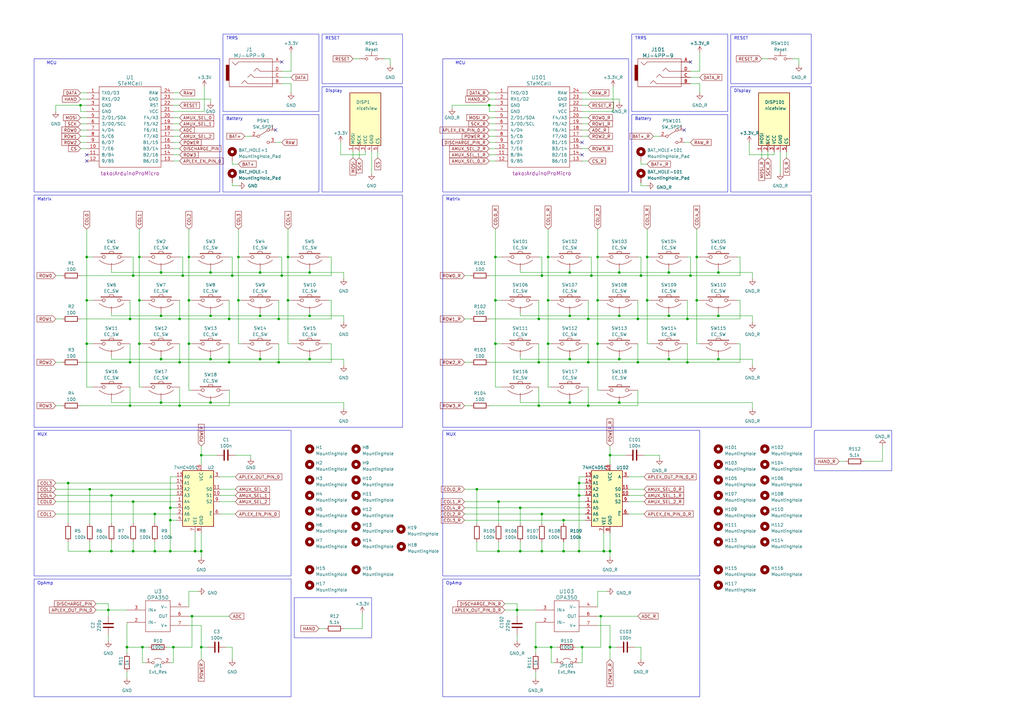
<source format=kicad_sch>
(kicad_sch (version 20230121) (generator eeschema)
  (paper "A3")
  (title_block (title "Tako DIY") (date "2023-05-18"))
  (junction (at 274.32 147.32))
  (junction (at 86.36 111.76))
  (junction (at 247.65 226.06))
  (junction (at 69.85 226.06))
  (junction (at 245.11 140.97))
  (junction (at 36.83 200.66))
  (junction (at 73.66 148.59))
  (junction (at 237.49 203.2))
  (junction (at 44.45 250.19))
  (junction (at 220.98 148.59))
  (junction (at 54.61 205.74))
  (junction (at 294.64 129.54))
  (junction (at 219.71 265.43))
  (junction (at 73.66 166.37))
  (junction (at 58.42 265.43))
  (junction (at 93.98 130.81))
  (junction (at 203.2 123.19))
  (junction (at 53.34 130.81))
  (junction (at 281.94 130.81))
  (junction (at 82.55 226.06))
  (junction (at 80.01 226.06))
  (junction (at 203.2 105.41))
  (junction (at 57.15 140.97))
  (junction (at 204.47 226.06))
  (junction (at 265.43 105.41))
  (junction (at 115.57 113.03))
  (junction (at 250.19 226.06))
  (junction (at 74.93 113.03))
  (junction (at 254 129.54))
  (junction (at 233.68 165.1))
  (junction (at 114.3 130.81))
  (junction (at 250.19 265.43))
  (junction (at 118.11 123.19))
  (junction (at 204.47 205.74))
  (junction (at 97.79 123.19))
  (junction (at 245.11 123.19))
  (junction (at 93.98 148.59))
  (junction (at 222.25 113.03))
  (junction (at 33.02 43.18))
  (junction (at 118.11 105.41))
  (junction (at 262.89 113.03))
  (junction (at 66.04 111.76))
  (junction (at 86.36 165.1))
  (junction (at 261.62 148.59))
  (junction (at 281.94 148.59))
  (junction (at 69.85 213.36))
  (junction (at 250.19 186.69))
  (junction (at 114.3 148.59))
  (junction (at 66.04 129.54))
  (junction (at 97.79 105.41))
  (junction (at 285.75 123.19))
  (junction (at 82.55 265.43))
  (junction (at 106.68 111.76))
  (junction (at 57.15 123.19))
  (junction (at 233.68 129.54))
  (junction (at 127 147.32))
  (junction (at 35.56 140.97))
  (junction (at 222.25 226.06))
  (junction (at 226.06 265.43))
  (junction (at 82.55 186.69))
  (junction (at 195.58 200.66))
  (junction (at 53.34 148.59))
  (junction (at 220.98 166.37))
  (junction (at 54.61 226.06))
  (junction (at 283.21 113.03))
  (junction (at 274.32 129.54))
  (junction (at 77.47 140.97))
  (junction (at 86.36 129.54))
  (junction (at 294.64 111.76))
  (junction (at 238.76 265.43))
  (junction (at 203.2 140.97))
  (junction (at 200.66 43.18))
  (junction (at 241.3 130.81))
  (junction (at 233.68 111.76))
  (junction (at 231.14 213.36))
  (junction (at 274.32 111.76))
  (junction (at 261.62 130.81))
  (junction (at 45.72 203.2))
  (junction (at 63.5 226.06))
  (junction (at 54.61 113.03))
  (junction (at 53.34 166.37))
  (junction (at 220.98 130.81))
  (junction (at 35.56 123.19))
  (junction (at 245.11 105.41))
  (junction (at 254 165.1))
  (junction (at 237.49 226.06))
  (junction (at 45.72 226.06))
  (junction (at 224.79 140.97))
  (junction (at 106.68 129.54))
  (junction (at 127 111.76))
  (junction (at 52.07 265.43))
  (junction (at 233.68 147.32))
  (junction (at 69.85 208.28))
  (junction (at 66.04 165.1))
  (junction (at 71.12 265.43))
  (junction (at 57.15 105.41))
  (junction (at 95.25 113.03))
  (junction (at 36.83 226.06))
  (junction (at 241.3 148.59))
  (junction (at 222.25 210.82))
  (junction (at 77.47 123.19))
  (junction (at 73.66 130.81))
  (junction (at 231.14 226.06))
  (junction (at 63.5 210.82))
  (junction (at 242.57 113.03))
  (junction (at 212.09 250.19))
  (junction (at 78.74 252.73))
  (junction (at 237.49 198.12))
  (junction (at 127 129.54))
  (junction (at 86.36 147.32))
  (junction (at 241.3 166.37))
  (junction (at 254 111.76))
  (junction (at 265.43 123.19))
  (junction (at 213.36 208.28))
  (junction (at 77.47 105.41))
  (junction (at 254 147.32))
  (junction (at 66.04 147.32))
  (junction (at 27.94 198.12))
  (junction (at 294.64 147.32))
  (junction (at 224.79 105.41))
  (junction (at 35.56 105.41))
  (junction (at 106.68 147.32))
  (junction (at 213.36 226.06))
  (junction (at 224.79 123.19))
  (junction (at 246.38 252.73))
  (junction (at 285.75 105.41))
  (no_connect (at 283.21 25.4))
  (no_connect (at 238.76 58.42))
  (no_connect (at 35.56 63.5))
  (no_connect (at 238.76 63.5))
  (no_connect (at 115.57 25.4))
  (no_connect (at 35.56 66.04))
  (no_connect (at 113.03 53.34))
  (no_connect (at 280.67 53.34))
  (wire (pts (xy 86.36 146.05) (xy 86.36 147.32)))
  (wire (pts (xy 222.25 210.82) (xy 222.25 214.63)))
  (wire (pts (xy 320.04 62.23) (xy 320.04 71.12)))
  (wire (pts (xy 281.94 123.19) (xy 281.94 130.81)))
  (wire (pts (xy 35.56 158.75) (xy 38.1 158.75)))
  (wire (pts (xy 222.25 105.41) (xy 222.25 113.03)))
  (wire (pts (xy 66.04 129.54) (xy 86.36 129.54)))
  (wire (pts (xy 115.57 34.29) (xy 119.38 34.29)))
  (wire (pts (xy 130.81 257.81) (xy 133.35 257.81)))
  (wire (pts (xy 27.94 198.12) (xy 27.94 214.63)))
  (wire (pts (xy 52.07 255.27) (xy 52.07 265.43)))
  (wire (pts (xy 127 110.49) (xy 127 111.76)))
  (wire (pts (xy 262.89 105.41) (xy 262.89 113.03)))
  (wire (pts (xy 57.15 105.41) (xy 57.15 123.19)))
  (wire (pts (xy 250.19 265.43) (xy 252.73 265.43)))
  (wire (pts (xy 77.47 140.97) (xy 78.74 140.97)))
  (wire (pts (xy 86.36 110.49) (xy 86.36 111.76)))
  (wire (pts (xy 207.01 250.19) (xy 212.09 250.19)))
  (wire (pts (xy 35.56 105.41) (xy 35.56 123.19)))
  (wire (pts (xy 57.15 123.19) (xy 57.15 140.97)))
  (wire (pts (xy 71.12 66.04) (xy 73.66 66.04)))
  (wire (pts (xy 224.79 93.98) (xy 224.79 105.41)))
  (wire (pts (xy 96.52 186.69) (xy 102.87 186.69)))
  (wire (pts (xy 314.96 62.23) (xy 314.96 64.77)))
  (wire (pts (xy 264.16 186.69) (xy 270.51 186.69)))
  (wire (pts (xy 58.42 265.43) (xy 58.42 271.78)))
  (wire (pts (xy 238.76 48.26) (xy 241.3 48.26)))
  (wire (pts (xy 245.11 160.02) (xy 246.38 160.02)))
  (wire (pts (xy 52.07 265.43) (xy 52.07 267.97)))
  (wire (pts (xy 71.12 265.43) (xy 78.74 265.43)))
  (wire (pts (xy 233.68 110.49) (xy 233.68 111.76)))
  (wire (pts (xy 302.26 105.41) (xy 303.53 105.41)))
  (wire (pts (xy 220.98 140.97) (xy 220.98 148.59)))
  (wire (pts (xy 45.72 110.49) (xy 45.72 111.76)))
  (wire (pts (xy 212.09 250.19) (xy 219.71 250.19)))
  (wire (pts (xy 69.85 271.78) (xy 71.12 271.78)))
  (wire (pts (xy 77.47 140.97) (xy 77.47 160.02)))
  (wire (pts (xy 119.38 29.21) (xy 119.38 21.59)))
  (wire (pts (xy 140.97 165.1) (xy 140.97 167.64)))
  (wire (pts (xy 200.66 53.34) (xy 203.2 53.34)))
  (wire (pts (xy 54.61 105.41) (xy 54.61 113.03)))
  (wire (pts (xy 200.66 113.03) (xy 222.25 113.03)))
  (wire (pts (xy 254 111.76) (xy 274.32 111.76)))
  (wire (pts (xy 303.53 105.41) (xy 303.53 113.03)))
  (wire (pts (xy 303.53 123.19) (xy 302.26 123.19)))
  (wire (pts (xy 97.79 93.98) (xy 97.79 105.41)))
  (wire (pts (xy 71.12 40.64) (xy 86.36 40.64)))
  (wire (pts (xy 226.06 265.43) (xy 226.06 271.78)))
  (wire (pts (xy 262.89 74.93) (xy 262.89 76.2)))
  (wire (pts (xy 200.66 38.1) (xy 203.2 38.1)))
  (wire (pts (xy 35.56 140.97) (xy 38.1 140.97)))
  (wire (pts (xy 200.66 40.64) (xy 203.2 40.64)))
  (wire (pts (xy 66.04 128.27) (xy 66.04 129.54)))
  (wire (pts (xy 106.68 110.49) (xy 106.68 111.76)))
  (wire (pts (xy 246.38 252.73) (xy 261.62 252.73)))
  (wire (pts (xy 220.98 148.59) (xy 241.3 148.59)))
  (wire (pts (xy 94.107 160.02) (xy 94.107 166.37)))
  (wire (pts (xy 262.89 113.03) (xy 283.21 113.03)))
  (wire (pts (xy 261.62 140.97) (xy 261.62 148.59)))
  (wire (pts (xy 45.72 146.05) (xy 45.72 147.32)))
  (wire (pts (xy 97.79 123.19) (xy 99.06 123.19)))
  (wire (pts (xy 60.96 265.43) (xy 58.42 265.43)))
  (wire (pts (xy 203.2 158.75) (xy 205.74 158.75)))
  (wire (pts (xy 57.15 140.97) (xy 58.42 140.97)))
  (wire (pts (xy 71.12 50.8) (xy 73.66 50.8)))
  (wire (pts (xy 78.74 265.43) (xy 78.74 252.73)))
  (wire (pts (xy 93.98 130.81) (xy 114.3 130.81)))
  (wire (pts (xy 222.25 222.25) (xy 222.25 226.06)))
  (wire (pts (xy 35.56 93.98) (xy 35.56 105.41)))
  (wire (pts (xy 22.86 43.18) (xy 33.02 43.18)))
  (wire (pts (xy 241.3 140.97) (xy 241.3 148.59)))
  (wire (pts (xy 78.74 105.41) (xy 77.47 105.41)))
  (wire (pts (xy 213.36 147.32) (xy 233.68 147.32)))
  (wire (pts (xy 283.21 113.03) (xy 303.53 113.03)))
  (wire (pts (xy 237.49 226.06) (xy 247.65 226.06)))
  (wire (pts (xy 233.68 128.27) (xy 233.68 129.54)))
  (wire (pts (xy 303.53 140.97) (xy 303.53 148.59)))
  (wire (pts (xy 71.12 55.88) (xy 73.66 55.88)))
  (wire (pts (xy 45.72 111.76) (xy 66.04 111.76)))
  (wire (pts (xy 82.55 182.88) (xy 82.55 186.69)))
  (wire (pts (xy 54.61 113.03) (xy 74.93 113.03)))
  (wire (pts (xy 254 128.27) (xy 254 129.54)))
  (wire (pts (xy 35.56 123.19) (xy 35.56 140.97)))
  (wire (pts (xy 22.86 198.12) (xy 27.94 198.12)))
  (wire (pts (xy 213.36 165.1) (xy 233.68 165.1)))
  (wire (pts (xy 254 40.64) (xy 254 41.91)))
  (wire (pts (xy 92.71 265.43) (xy 95.25 265.43)))
  (wire (pts (xy 241.3 148.59) (xy 261.62 148.59)))
  (wire (pts (xy 200.66 58.42) (xy 203.2 58.42)))
  (wire (pts (xy 52.07 265.43) (xy 58.42 265.43)))
  (wire (pts (xy 77.47 105.41) (xy 77.47 123.19)))
  (wire (pts (xy 203.2 123.19) (xy 203.2 140.97)))
  (wire (pts (xy 95.25 66.04) (xy 95.25 67.31)))
  (wire (pts (xy 212.09 260.35) (xy 212.09 262.89)))
  (wire (pts (xy 93.98 148.59) (xy 114.3 148.59)))
  (wire (pts (xy 140.97 257.81) (xy 148.59 257.81)))
  (wire (pts (xy 224.79 123.19) (xy 224.79 140.97)))
  (wire (pts (xy 200.66 55.88) (xy 203.2 55.88)))
  (wire (pts (xy 63.5 222.25) (xy 63.5 226.06)))
  (wire (pts (xy 82.55 265.43) (xy 82.55 270.51)))
  (wire (pts (xy 22.86 203.2) (xy 45.72 203.2)))
  (wire (pts (xy 238.76 265.43) (xy 246.38 265.43)))
  (wire (pts (xy 224.79 105.41) (xy 224.79 123.19)))
  (wire (pts (xy 240.03 203.2) (xy 237.49 203.2)))
  (wire (pts (xy 35.56 45.72) (xy 33.02 45.72)))
  (wire (pts (xy 144.78 24.13) (xy 147.32 24.13)))
  (wire (pts (xy 86.36 40.64) (xy 86.36 41.91)))
  (wire (pts (xy 127 146.05) (xy 127 147.32)))
  (wire (pts (xy 147.32 62.23) (xy 147.32 64.77)))
  (wire (pts (xy 63.5 226.06) (xy 69.85 226.06)))
  (wire (pts (xy 245.11 123.19) (xy 245.11 140.97)))
  (wire (pts (xy 237.49 271.78) (xy 238.76 271.78)))
  (wire (pts (xy 53.34 140.97) (xy 53.34 148.59)))
  (wire (pts (xy 93.98 123.19) (xy 93.98 130.81)))
  (wire (pts (xy 118.11 123.19) (xy 119.38 123.19)))
  (wire (pts (xy 53.34 148.59) (xy 73.66 148.59)))
  (wire (pts (xy 213.36 208.28) (xy 213.36 214.63)))
  (wire (pts (xy 220.98 130.81) (xy 241.3 130.81)))
  (wire (pts (xy 45.72 222.25) (xy 45.72 226.06)))
  (wire (pts (xy 90.17 200.66) (xy 96.52 200.66)))
  (wire (pts (xy 294.64 128.27) (xy 294.64 129.54)))
  (wire (pts (xy 241.3 123.19) (xy 241.3 130.81)))
  (wire (pts (xy 86.36 147.32) (xy 106.68 147.32)))
  (wire (pts (xy 224.79 158.75) (xy 226.06 158.75)))
  (wire (pts (xy 115.57 29.21) (xy 119.38 29.21)))
  (wire (pts (xy 33.02 166.37) (xy 53.34 166.37)))
  (wire (pts (xy 213.36 128.27) (xy 213.36 129.54)))
  (wire (pts (xy 283.21 105.41) (xy 283.21 113.03)))
  (wire (pts (xy 251.46 35.56) (xy 251.46 45.72)))
  (wire (pts (xy 308.61 147.32) (xy 308.61 149.86)))
  (wire (pts (xy 224.79 140.97) (xy 224.79 158.75)))
  (wire (pts (xy 71.12 38.1) (xy 73.66 38.1)))
  (wire (pts (xy 77.47 256.54) (xy 82.55 256.54)))
  (wire (pts (xy 71.12 48.26) (xy 73.66 48.26)))
  (wire (pts (xy 200.66 43.18) (xy 203.2 43.18)))
  (wire (pts (xy 39.37 250.19) (xy 44.45 250.19)))
  (wire (pts (xy 22.86 166.37) (xy 25.4 166.37)))
  (wire (pts (xy 82.55 256.54) (xy 82.55 265.43)))
  (wire (pts (xy 203.2 93.98) (xy 203.2 105.41)))
  (wire (pts (xy 45.72 165.1) (xy 66.04 165.1)))
  (wire (pts (xy 140.97 147.32) (xy 140.97 149.86)))
  (wire (pts (xy 220.98 166.37) (xy 241.3 166.37)))
  (wire (pts (xy 45.72 203.2) (xy 72.39 203.2)))
  (wire (pts (xy 287.02 21.59) (xy 287.02 29.21)))
  (wire (pts (xy 90.17 210.82) (xy 96.52 210.82)))
  (wire (pts (xy 118.11 123.19) (xy 118.11 140.97)))
  (wire (pts (xy 240.03 198.12) (xy 237.49 198.12)))
  (wire (pts (xy 53.34 130.81) (xy 73.66 130.81)))
  (wire (pts (xy 281.94 130.81) (xy 303.53 130.81)))
  (wire (pts (xy 224.79 140.97) (xy 226.06 140.97)))
  (wire (pts (xy 52.07 275.59) (xy 52.07 278.13)))
  (wire (pts (xy 317.5 63.5) (xy 307.34 63.5)))
  (wire (pts (xy 242.57 105.41) (xy 242.57 113.03)))
  (wire (pts (xy 66.04 147.32) (xy 86.36 147.32)))
  (wire (pts (xy 266.7 105.41) (xy 265.43 105.41)))
  (wire (pts (xy 233.68 129.54) (xy 254 129.54)))
  (wire (pts (xy 274.32 146.05) (xy 274.32 147.32)))
  (wire (pts (xy 127 129.54) (xy 140.97 129.54)))
  (wire (pts (xy 327.66 24.13) (xy 327.66 26.67)))
  (wire (pts (xy 35.56 140.97) (xy 35.56 158.75)))
  (wire (pts (xy 231.14 213.36) (xy 240.03 213.36)))
  (wire (pts (xy 250.19 186.69) (xy 250.19 190.5)))
  (wire (pts (xy 22.86 200.66) (xy 36.83 200.66)))
  (wire (pts (xy 33.02 60.96) (xy 35.56 60.96)))
  (wire (pts (xy 213.36 163.83) (xy 213.36 165.1)))
  (wire (pts (xy 238.76 43.18) (xy 241.3 43.18)))
  (wire (pts (xy 254 129.54) (xy 274.32 129.54)))
  (wire (pts (xy 219.71 265.43) (xy 226.06 265.43)))
  (wire (pts (xy 245.11 140.97) (xy 246.38 140.97)))
  (wire (pts (xy 245.11 256.54) (xy 250.19 256.54)))
  (wire (pts (xy 190.5 148.59) (xy 193.04 148.59)))
  (wire (pts (xy 257.81 205.74) (xy 264.16 205.74)))
  (wire (pts (xy 86.36 129.54) (xy 106.68 129.54)))
  (wire (pts (xy 71.12 43.18) (xy 73.66 43.18)))
  (wire (pts (xy 73.66 140.97) (xy 73.66 148.59)))
  (wire (pts (xy 77.47 123.19) (xy 77.47 140.97)))
  (wire (pts (xy 44.45 250.19) (xy 44.45 247.65)))
  (wire (pts (xy 213.36 111.76) (xy 233.68 111.76)))
  (wire (pts (xy 78.74 252.73) (xy 93.98 252.73)))
  (wire (pts (xy 203.2 140.97) (xy 205.74 140.97)))
  (wire (pts (xy 250.19 218.44) (xy 250.19 226.06)))
  (wire (pts (xy 39.37 247.65) (xy 44.45 247.65)))
  (wire (pts (xy 157.48 24.13) (xy 160.02 24.13)))
  (wire (pts (xy 257.81 200.66) (xy 264.16 200.66)))
  (wire (pts (xy 238.76 265.43) (xy 236.22 265.43)))
  (wire (pts (xy 66.04 111.76) (xy 86.36 111.76)))
  (wire (pts (xy 36.83 200.66) (xy 36.83 214.63)))
  (wire (pts (xy 152.4 62.23) (xy 152.4 71.12)))
  (wire (pts (xy 90.17 203.2) (xy 96.52 203.2)))
  (wire (pts (xy 118.11 93.98) (xy 118.11 105.41)))
  (wire (pts (xy 205.74 105.41) (xy 203.2 105.41)))
  (wire (pts (xy 233.68 146.05) (xy 233.68 147.32)))
  (wire (pts (xy 274.32 110.49) (xy 274.32 111.76)))
  (wire (pts (xy 267.97 55.88) (xy 270.51 55.88)))
  (wire (pts (xy 257.81 195.58) (xy 264.16 195.58)))
  (wire (pts (xy 237.49 203.2) (xy 237.49 198.12)))
  (wire (pts (xy 265.43 123.19) (xy 266.7 123.19)))
  (wire (pts (xy 63.5 210.82) (xy 72.39 210.82)))
  (wire (pts (xy 238.76 271.78) (xy 238.76 265.43)))
  (wire (pts (xy 285.75 105.41) (xy 285.75 123.19)))
  (wire (pts (xy 254 165.1) (xy 308.61 165.1)))
  (wire (pts (xy 233.68 165.1) (xy 254 165.1)))
  (wire (pts (xy 82.55 218.44) (xy 82.55 226.06)))
  (wire (pts (xy 226.06 271.78) (xy 227.33 271.78)))
  (wire (pts (xy 222.25 210.82) (xy 240.03 210.82)))
  (wire (pts (xy 114.3 148.59) (xy 135.89 148.59)))
  (wire (pts (xy 247.65 218.44) (xy 247.65 226.06)))
  (wire (pts (xy 238.76 53.34) (xy 241.3 53.34)))
  (wire (pts (xy 86.36 165.1) (xy 140.97 165.1)))
  (wire (pts (xy 254 110.49) (xy 254 111.76)))
  (wire (pts (xy 204.47 222.25) (xy 204.47 226.06)))
  (wire (pts (xy 212.09 250.19) (xy 212.09 252.73)))
  (wire (pts (xy 200.66 130.81) (xy 220.98 130.81)))
  (wire (pts (xy 80.01 218.44) (xy 80.01 226.06)))
  (wire (pts (xy 312.42 24.13) (xy 314.96 24.13)))
  (wire (pts (xy 246.38 105.41) (xy 245.11 105.41)))
  (wire (pts (xy 247.65 226.06) (xy 250.19 226.06)))
  (wire (pts (xy 294.64 147.32) (xy 308.61 147.32)))
  (wire (pts (xy 134.62 105.41) (xy 135.89 105.41)))
  (wire (pts (xy 54.61 226.06) (xy 63.5 226.06)))
  (wire (pts (xy 190.5 213.36) (xy 231.14 213.36)))
  (wire (pts (xy 207.01 247.65) (xy 212.09 247.65)))
  (wire (pts (xy 233.68 147.32) (xy 254 147.32)))
  (wire (pts (xy 44.45 250.19) (xy 52.07 250.19)))
  (wire (pts (xy 134.62 140.97) (xy 135.89 140.97)))
  (wire (pts (xy 274.32 129.54) (xy 294.64 129.54)))
  (wire (pts (xy 94.107 166.37) (xy 73.66 166.37)))
  (wire (pts (xy 33.02 53.34) (xy 35.56 53.34)))
  (wire (pts (xy 140.97 111.76) (xy 140.97 114.3)))
  (wire (pts (xy 95.25 105.41) (xy 95.25 113.03)))
  (wire (pts (xy 127 147.32) (xy 140.97 147.32)))
  (wire (pts (xy 195.58 200.66) (xy 240.03 200.66)))
  (wire (pts (xy 82.55 265.43) (xy 85.09 265.43)))
  (wire (pts (xy 93.98 160.02) (xy 94.107 160.02)))
  (wire (pts (xy 245.11 105.41) (xy 245.11 123.19)))
  (wire (pts (xy 254 147.32) (xy 274.32 147.32)))
  (wire (pts (xy 200.66 66.04) (xy 203.2 66.04)))
  (wire (pts (xy 261.62 105.41) (xy 262.89 105.41)))
  (wire (pts (xy 53.34 158.75) (xy 53.34 166.37)))
  (wire (pts (xy 95.25 113.03) (xy 115.57 113.03)))
  (wire (pts (xy 83.82 35.56) (xy 83.82 45.72)))
  (wire (pts (xy 45.72 226.06) (xy 54.61 226.06)))
  (wire (pts (xy 238.76 45.72) (xy 251.46 45.72)))
  (wire (pts (xy 219.71 275.59) (xy 219.71 278.13)))
  (wire (pts (xy 71.12 58.42) (xy 73.66 58.42)))
  (wire (pts (xy 228.6 265.43) (xy 226.06 265.43)))
  (wire (pts (xy 69.85 213.36) (xy 69.85 226.06)))
  (wire (pts (xy 238.76 38.1) (xy 241.3 38.1)))
  (wire (pts (xy 231.14 226.06) (xy 237.49 226.06)))
  (wire (pts (xy 93.98 140.97) (xy 93.98 148.59)))
  (wire (pts (xy 95.25 74.93) (xy 95.25 76.2)))
  (wire (pts (xy 245.11 248.92) (xy 245.11 242.57)))
  (wire (pts (xy 36.83 200.66) (xy 72.39 200.66)))
  (wire (pts (xy 190.5 208.28) (xy 213.36 208.28)))
  (wire (pts (xy 69.85 226.06) (xy 80.01 226.06)))
  (wire (pts (xy 257.81 210.82) (xy 264.16 210.82)))
  (wire (pts (xy 160.02 24.13) (xy 160.02 26.67)))
  (wire (pts (xy 294.64 110.49) (xy 294.64 111.76)))
  (wire (pts (xy 66.04 163.83) (xy 66.04 165.1)))
  (wire (pts (xy 195.58 222.25) (xy 195.58 226.06)))
  (wire (pts (xy 149.86 62.23) (xy 149.86 63.5)))
  (wire (pts (xy 185.42 43.18) (xy 185.42 44.45)))
  (wire (pts (xy 99.06 105.41) (xy 97.79 105.41)))
  (wire (pts (xy 185.42 43.18) (xy 200.66 43.18)))
  (wire (pts (xy 265.43 123.19) (xy 265.43 140.97)))
  (wire (pts (xy 77.47 242.57) (xy 81.28 242.57)))
  (wire (pts (xy 220.98 123.19) (xy 220.98 130.81)))
  (wire (pts (xy 233.68 163.83) (xy 233.68 165.1)))
  (wire (pts (xy 77.47 252.73) (xy 78.74 252.73)))
  (wire (pts (xy 135.89 123.19) (xy 134.62 123.19)))
  (wire (pts (xy 45.72 203.2) (xy 45.72 214.63)))
  (wire (pts (xy 106.68 128.27) (xy 106.68 129.54)))
  (wire (pts (xy 200.66 148.59) (xy 220.98 148.59)))
  (wire (pts (xy 149.86 63.5) (xy 139.7 63.5)))
  (wire (pts (xy 90.17 195.58) (xy 96.52 195.58)))
  (wire (pts (xy 250.19 226.06) (xy 250.19 228.6)))
  (wire (pts (xy 250.19 186.69) (xy 256.54 186.69)))
  (wire (pts (xy 106.68 147.32) (xy 127 147.32)))
  (wire (pts (xy 57.15 93.98) (xy 57.15 105.41)))
  (wire (pts (xy 127 111.76) (xy 140.97 111.76)))
  (wire (pts (xy 27.94 198.12) (xy 72.39 198.12)))
  (wire (pts (xy 102.87 186.69) (xy 102.87 187.96)))
  (wire (pts (xy 283.21 31.75) (xy 287.02 31.75)))
  (wire (pts (xy 44.45 250.19) (xy 44.45 252.73)))
  (wire (pts (xy 90.17 205.74) (xy 96.52 205.74)))
  (wire (pts (xy 280.67 58.42) (xy 283.21 58.42)))
  (wire (pts (xy 71.12 265.43) (xy 68.58 265.43)))
  (wire (pts (xy 238.76 55.88) (xy 241.3 55.88)))
  (wire (pts (xy 77.47 160.02) (xy 78.74 160.02)))
  (wire (pts (xy 281.94 140.97) (xy 281.94 148.59)))
  (wire (pts (xy 77.47 248.92) (xy 77.47 242.57)))
  (wire (pts (xy 22.86 205.74) (xy 54.61 205.74)))
  (wire (pts (xy 69.85 208.28) (xy 72.39 208.28)))
  (wire (pts (xy 66.04 110.49) (xy 66.04 111.76)))
  (wire (pts (xy 238.76 50.8) (xy 241.3 50.8)))
  (wire (pts (xy 195.58 226.06) (xy 204.47 226.06)))
  (wire (pts (xy 261.62 148.59) (xy 281.94 148.59)))
  (wire (pts (xy 106.68 111.76) (xy 127 111.76)))
  (wire (pts (xy 135.89 105.41) (xy 135.89 113.03)))
  (wire (pts (xy 36.83 222.25) (xy 36.83 226.06)))
  (wire (pts (xy 242.57 113.03) (xy 262.89 113.03)))
  (wire (pts (xy 238.76 60.96) (xy 241.3 60.96)))
  (wire (pts (xy 261.62 130.81) (xy 281.94 130.81)))
  (wire (pts (xy 213.36 146.05) (xy 213.36 147.32)))
  (wire (pts (xy 58.42 271.78) (xy 59.69 271.78)))
  (wire (pts (xy 114.3 123.19) (xy 114.3 130.81)))
  (wire (pts (xy 127 128.27) (xy 127 129.54)))
  (wire (pts (xy 139.7 58.42) (xy 139.7 63.5)))
  (wire (pts (xy 190.5 200.66) (xy 195.58 200.66)))
  (wire (pts (xy 100.33 55.88) (xy 102.87 55.88)))
  (wire (pts (xy 71.12 63.5) (xy 73.66 63.5)))
  (wire (pts (xy 237.49 203.2) (xy 237.49 226.06)))
  (wire (pts (xy 200.66 63.5) (xy 203.2 63.5)))
  (wire (pts (xy 294.64 129.54) (xy 308.61 129.54)))
  (wire (pts (xy 69.85 213.36) (xy 72.39 213.36)))
  (wire (pts (xy 237.49 198.12) (xy 237.49 195.58)))
  (wire (pts (xy 71.12 60.96) (xy 73.66 60.96)))
  (wire (pts (xy 33.02 55.88) (xy 35.56 55.88)))
  (wire (pts (xy 95.25 67.31) (xy 97.79 67.31)))
  (wire (pts (xy 115.57 113.03) (xy 135.89 113.03)))
  (wire (pts (xy 220.98 105.41) (xy 222.25 105.41)))
  (wire (pts (xy 33.02 45.72) (xy 33.02 43.18)))
  (wire (pts (xy 219.71 265.43) (xy 219.71 267.97)))
  (wire (pts (xy 322.58 62.23) (xy 322.58 64.77)))
  (wire (pts (xy 35.56 123.19) (xy 38.1 123.19)))
  (wire (pts (xy 82.55 186.69) (xy 82.55 190.5)))
  (wire (pts (xy 283.21 29.21) (xy 287.02 29.21)))
  (wire (pts (xy 213.36 208.28) (xy 240.03 208.28)))
  (wire (pts (xy 106.68 146.05) (xy 106.68 147.32)))
  (wire (pts (xy 224.79 123.19) (xy 226.06 123.19)))
  (wire (pts (xy 86.36 111.76) (xy 106.68 111.76)))
  (wire (pts (xy 287.02 34.29) (xy 287.02 38.1)))
  (wire (pts (xy 226.06 105.41) (xy 224.79 105.41)))
  (wire (pts (xy 237.49 195.58) (xy 240.03 195.58)))
  (wire (pts (xy 190.5 130.81) (xy 193.04 130.81)))
  (wire (pts (xy 69.85 195.58) (xy 69.85 208.28)))
  (wire (pts (xy 302.26 140.97) (xy 303.53 140.97)))
  (wire (pts (xy 238.76 40.64) (xy 254 40.64)))
  (wire (pts (xy 77.47 123.19) (xy 78.74 123.19)))
  (wire (pts (xy 22.86 113.03) (xy 25.4 113.03)))
  (wire (pts (xy 245.11 242.57) (xy 248.92 242.57)))
  (wire (pts (xy 118.11 140.97) (xy 119.38 140.97)))
  (wire (pts (xy 200.66 166.37) (xy 220.98 166.37)))
  (wire (pts (xy 82.55 186.69) (xy 88.9 186.69)))
  (wire (pts (xy 45.72 129.54) (xy 66.04 129.54)))
  (wire (pts (xy 265.43 93.98) (xy 265.43 105.41)))
  (wire (pts (xy 200.66 48.26) (xy 203.2 48.26)))
  (wire (pts (xy 270.51 186.69) (xy 270.51 187.96)))
  (wire (pts (xy 265.43 105.41) (xy 265.43 123.19)))
  (wire (pts (xy 74.93 113.03) (xy 95.25 113.03)))
  (wire (pts (xy 245.11 123.19) (xy 246.38 123.19)))
  (wire (pts (xy 203.2 105.41) (xy 203.2 123.19)))
  (wire (pts (xy 231.14 222.25) (xy 231.14 226.06)))
  (wire (pts (xy 66.04 146.05) (xy 66.04 147.32)))
  (wire (pts (xy 222.25 226.06) (xy 231.14 226.06)))
  (wire (pts (xy 45.72 163.83) (xy 45.72 165.1)))
  (wire (pts (xy 285.75 123.19) (xy 287.02 123.19)))
  (wire (pts (xy 54.61 222.25) (xy 54.61 226.06)))
  (wire (pts (xy 212.09 250.19) (xy 212.09 247.65)))
  (wire (pts (xy 33.02 130.81) (xy 53.34 130.81)))
  (wire (pts (xy 54.61 205.74) (xy 72.39 205.74)))
  (wire (pts (xy 77.47 93.98) (xy 77.47 105.41)))
  (wire (pts (xy 45.72 128.27) (xy 45.72 129.54)))
  (wire (pts (xy 93.98 105.41) (xy 95.25 105.41)))
  (wire (pts (xy 281.94 148.59) (xy 303.53 148.59)))
  (wire (pts (xy 118.11 105.41) (xy 118.11 123.19)))
  (wire (pts (xy 22.86 210.82) (xy 63.5 210.82)))
  (wire (pts (xy 250.19 256.54) (xy 250.19 265.43)))
  (wire (pts (xy 97.79 105.41) (xy 97.79 123.19)))
  (wire (pts (xy 97.79 140.97) (xy 99.06 140.97)))
  (wire (pts (xy 213.36 226.06) (xy 222.25 226.06)))
  (wire (pts (xy 245.11 140.97) (xy 245.11 160.02)))
  (wire (pts (xy 274.32 111.76) (xy 294.64 111.76)))
  (wire (pts (xy 54.61 205.74) (xy 54.61 214.63)))
  (wire (pts (xy 204.47 205.74) (xy 240.03 205.74)))
  (wire (pts (xy 317.5 62.23) (xy 317.5 63.5)))
  (wire (pts (xy 33.02 38.1) (xy 35.56 38.1)))
  (wire (pts (xy 154.94 62.23) (xy 154.94 64.77)))
  (wire (pts (xy 312.42 62.23) (xy 312.42 64.77)))
  (wire (pts (xy 97.79 123.19) (xy 97.79 140.97)))
  (wire (pts (xy 294.64 111.76) (xy 308.61 111.76)))
  (wire (pts (xy 148.59 251.46) (xy 148.59 257.81)))
  (wire (pts (xy 281.94 105.41) (xy 283.21 105.41)))
  (wire (pts (xy 36.83 226.06) (xy 45.72 226.06)))
  (wire (pts (xy 195.58 200.66) (xy 195.58 214.63)))
  (wire (pts (xy 135.89 140.97) (xy 135.89 148.59)))
  (wire (pts (xy 285.75 140.97) (xy 287.02 140.97)))
  (wire (pts (xy 361.95 182.88) (xy 361.95 189.23)))
  (wire (pts (xy 283.21 34.29) (xy 287.02 34.29)))
  (wire (pts (xy 222.25 113.03) (xy 242.57 113.03)))
  (wire (pts (xy 245.11 252.73) (xy 246.38 252.73)))
  (wire (pts (xy 66.04 165.1) (xy 86.36 165.1)))
  (wire (pts (xy 204.47 205.74) (xy 204.47 214.63)))
  (wire (pts (xy 114.3 140.97) (xy 114.3 148.59)))
  (wire (pts (xy 241.3 105.41) (xy 242.57 105.41)))
  (wire (pts (xy 95.25 76.2) (xy 97.79 76.2)))
  (wire (pts (xy 203.2 123.19) (xy 205.74 123.19)))
  (wire (pts (xy 245.11 93.98) (xy 245.11 105.41)))
  (wire (pts (xy 308.61 129.54) (xy 308.61 132.08)))
  (wire (pts (xy 203.2 45.72) (xy 200.66 45.72)))
  (wire (pts (xy 113.03 58.42) (xy 115.57 58.42)))
  (wire (pts (xy 213.36 110.49) (xy 213.36 111.76)))
  (wire (pts (xy 254 146.05) (xy 254 147.32)))
  (wire (pts (xy 71.12 45.72) (xy 83.82 45.72)))
  (wire (pts (xy 219.71 255.27) (xy 219.71 265.43)))
  (wire (pts (xy 22.86 148.59) (xy 25.4 148.59)))
  (wire (pts (xy 200.66 45.72) (xy 200.66 43.18)))
  (wire (pts (xy 241.3 166.37) (xy 261.62 166.37)))
  (wire (pts (xy 73.66 123.19) (xy 73.66 130.81)))
  (wire (pts (xy 53.34 123.19) (xy 53.34 130.81)))
  (wire (pts (xy 231.14 213.36) (xy 231.14 214.63)))
  (wire (pts (xy 73.66 130.81) (xy 93.98 130.81)))
  (wire (pts (xy 135.89 123.19) (xy 135.89 130.81)))
  (wire (pts (xy 246.38 265.43) (xy 246.38 252.73)))
  (wire (pts (xy 74.93 105.41) (xy 74.93 113.03)))
  (wire (pts (xy 250.19 182.88) (xy 250.19 186.69)))
  (wire (pts (xy 308.61 111.76) (xy 308.61 114.3)))
  (wire (pts (xy 38.1 105.41) (xy 35.56 105.41)))
  (wire (pts (xy 190.5 113.03) (xy 193.04 113.03)))
  (wire (pts (xy 190.5 210.82) (xy 222.25 210.82)))
  (wire (pts (xy 119.38 105.41) (xy 118.11 105.41)))
  (wire (pts (xy 204.47 226.06) (xy 213.36 226.06)))
  (wire (pts (xy 80.01 226.06) (xy 82.55 226.06)))
  (wire (pts (xy 73.66 158.75) (xy 73.66 166.37)))
  (wire (pts (xy 262.89 66.04) (xy 262.89 67.31)))
  (wire (pts (xy 71.12 271.78) (xy 71.12 265.43)))
  (wire (pts (xy 27.94 222.25) (xy 27.94 226.06)))
  (wire (pts (xy 57.15 123.19) (xy 58.42 123.19)))
  (wire (pts (xy 72.39 195.58) (xy 69.85 195.58)))
  (wire (pts (xy 57.15 140.97) (xy 57.15 158.75)))
  (wire (pts (xy 22.86 130.81) (xy 25.4 130.81)))
  (wire (pts (xy 203.2 140.97) (xy 203.2 158.75)))
  (wire (pts (xy 95.25 265.43) (xy 95.25 270.51)))
  (wire (pts (xy 213.36 129.54) (xy 233.68 129.54)))
  (wire (pts (xy 73.66 148.59) (xy 93.98 148.59)))
  (wire (pts (xy 45.72 147.32) (xy 66.04 147.32)))
  (wire (pts (xy 285.75 123.19) (xy 285.75 140.97)))
  (wire (pts (xy 53.34 105.41) (xy 54.61 105.41)))
  (wire (pts (xy 22.86 43.18) (xy 22.86 45.72)))
  (wire (pts (xy 308.61 165.1) (xy 308.61 167.64)))
  (wire (pts (xy 33.02 58.42) (xy 35.56 58.42)))
  (wire (pts (xy 58.42 105.41) (xy 57.15 105.41)))
  (wire (pts (xy 53.34 166.37) (xy 73.66 166.37)))
  (wire (pts (xy 262.89 265.43) (xy 262.89 270.51)))
  (wire (pts (xy 354.33 189.23) (xy 361.95 189.23)))
  (wire (pts (xy 86.36 128.27) (xy 86.36 129.54)))
  (wire (pts (xy 190.5 166.37) (xy 193.04 166.37)))
  (wire (pts (xy 233.68 111.76) (xy 254 111.76)))
  (wire (pts (xy 200.66 60.96) (xy 203.2 60.96)))
  (wire (pts (xy 344.17 189.23) (xy 346.71 189.23)))
  (wire (pts (xy 257.81 203.2) (xy 264.16 203.2)))
  (wire (pts (xy 200.66 50.8) (xy 203.2 50.8)))
  (wire (pts (xy 241.3 158.75) (xy 241.3 166.37)))
  (wire (pts (xy 213.36 222.25) (xy 213.36 226.06)))
  (wire (pts (xy 27.94 226.06) (xy 36.83 226.06)))
  (wire (pts (xy 307.34 58.42) (xy 307.34 63.5)))
  (wire (pts (xy 57.15 158.75) (xy 58.42 158.75)))
  (wire (pts (xy 325.12 24.13) (xy 327.66 24.13)))
  (wire (pts (xy 114.3 105.41) (xy 115.57 105.41)))
  (wire (pts (xy 33.02 148.59) (xy 53.34 148.59)))
  (wire (pts (xy 303.53 123.19) (xy 303.53 130.81)))
  (wire (pts (xy 69.85 208.28) (xy 69.85 213.36)))
  (wire (pts (xy 82.55 226.06) (xy 82.55 228.6)))
  (wire (pts (xy 262.89 67.31) (xy 265.43 67.31)))
  (wire (pts (xy 250.19 265.43) (xy 250.19 270.51)))
  (wire (pts (xy 285.75 93.98) (xy 285.75 105.41)))
  (wire (pts (xy 190.5 205.74) (xy 204.47 205.74)))
  (wire (pts (xy 265.43 140.97) (xy 266.7 140.97)))
  (wire (pts (xy 287.02 105.41) (xy 285.75 105.41)))
  (wire (pts (xy 144.78 62.23) (xy 144.78 64.77)))
  (wire (pts (xy 33.02 113.03) (xy 54.61 113.03)))
  (wire (pts (xy 238.76 66.04) (xy 241.3 66.04)))
  (wire (pts (xy 73.66 105.41) (xy 74.93 105.41)))
  (wire (pts (xy 220.98 158.75) (xy 220.98 166.37)))
  (wire (pts (xy 44.45 260.35) (xy 44.45 262.89)))
  (wire (pts (xy 115.57 31.75) (xy 119.38 31.75)))
  (wire (pts (xy 260.35 265.43) (xy 262.89 265.43)))
  (wire (pts (xy 274.32 147.32) (xy 294.64 147.32)))
  (wire (pts (xy 140.97 129.54) (xy 140.97 132.08)))
  (wire (pts (xy 106.68 129.54) (xy 127 129.54)))
  (wire (pts (xy 33.02 48.26) (xy 35.56 48.26)))
  (wire (pts (xy 294.64 146.05) (xy 294.64 147.32)))
  (wire (pts (xy 262.89 76.2) (xy 265.43 76.2)))
  (wire (pts (xy 63.5 210.82) (xy 63.5 214.63)))
  (wire (pts (xy 114.3 130.81) (xy 135.89 130.81)))
  (wire (pts (xy 33.02 50.8) (xy 35.56 50.8)))
  (wire (pts (xy 261.62 123.19) (xy 261.62 130.81)))
  (wire (pts (xy 241.3 130.81) (xy 261.62 130.81)))
  (wire (pts (xy 274.32 128.27) (xy 274.32 129.54)))
  (wire (pts (xy 119.38 34.29) (xy 119.38 38.1)))
  (wire (pts (xy 261.62 166.37) (xy 261.62 160.02)))
  (wire (pts (xy 33.02 40.64) (xy 35.56 40.64)))
  (wire (pts (xy 71.12 53.34) (xy 73.66 53.34)))
  (wire (pts (xy 33.02 43.18) (xy 35.56 43.18)))
  (wire (pts (xy 115.57 105.41) (xy 115.57 113.03)))
  (rectangle (start 13.97 80.01) (end 165.1 175.26))
  (rectangle (start 13.97 237.49) (end 119.38 285.75))
  (rectangle (start 132.08 13.97) (end 165.1 34.29))
  (rectangle (start 181.61 237.49) (end 287.02 285.75))
  (rectangle (start 299.72 35.56) (end 332.74 78.74))
  (rectangle (start 259.08 13.97) (end 298.45 45.72))
  (rectangle (start 91.44 13.97) (end 130.81 45.72))
  (rectangle (start 299.72 13.97) (end 332.74 34.29))
  (rectangle (start 120.65 245.11) (end 152.4 261.62))
  (rectangle (start 132.08 35.56) (end 165.1 78.74))
  (rectangle (start 181.61 80.01) (end 332.74 175.26))
  (rectangle (start 13.97 176.53) (end 119.38 236.22))
  (rectangle (start 334.01 176.53) (end 365.76 193.04))
  (rectangle (start 259.08 46.99) (end 298.45 78.74))
  (rectangle (start 181.61 24.13) (end 257.81 78.74))
  (rectangle (start 13.97 24.13) (end 90.17 78.74))
  (rectangle (start 181.61 176.53) (end 287.02 236.22))
  (rectangle (start 91.44 46.99) (end 130.81 78.74))
  (text "Display" (at 300.99 38.1 0) (effects (font (size 1.27 1.27)) (justify left bottom)))
  (text "OpAmp" (at 15.24 240.03 0) (effects (font (size 1.27 1.27)) (justify left bottom)))
  (text "MUX" (at 182.88 179.07 0) (effects (font (size 1.27 1.27)) (justify left bottom)))
  (text "RESET" (at 300.99 16.51 0) (effects (font (size 1.27 1.27)) (justify left bottom)))
  (text "Matrix" (at 15.24 82.55 0) (effects (font (size 1.27 1.27)) (justify left bottom)))
  (text "TRRS" (at 260.35 16.51 0) (effects (font (size 1.27 1.27)) (justify left bottom)))
  (text "Battery" (at 92.71 49.53 0) (effects (font (size 1.27 1.27)) (justify left bottom)))
  (text "TRRS" (at 92.71 16.51 0) (effects (font (size 1.27 1.27)) (justify left bottom)))
  (text "MCU" (at 19.05 26.67 0) (effects (font (size 1.27 1.27)) (justify left bottom)))
  (text "Matrix" (at 182.88 82.55 0) (effects (font (size 1.27 1.27)) (justify left bottom)))
  (text "MCU" (at 186.69 26.67 0) (effects (font (size 1.27 1.27)) (justify left bottom)))
  (text "Battery" (at 260.35 49.53 0) (effects (font (size 1.27 1.27)) (justify left bottom)))
  (text "OpAmp" (at 182.88 240.03 0) (effects (font (size 1.27 1.27)) (justify left bottom)))
  (text "RESET" (at 133.35 16.51 0) (effects (font (size 1.27 1.27)) (justify left bottom)))
  (text "MUX" (at 15.24 179.07 0) (effects (font (size 1.27 1.27)) (justify left bottom)))
  (text "Display" (at 133.35 38.1 0) (effects (font (size 1.27 1.27)) (justify left bottom)))
  (global_label "POWER_R" (shape input) (at 250.19 182.88 90) (property "Intersheetrefs" "${INTERSHEET_REFS}" (effects hide)))
  (global_label "COL0" (shape input) (at 22.86 205.74 180) (property "Intersheetrefs" "${INTERSHEET_REFS}" (effects hide)))
  (global_label "POWER" (shape input) (at 82.55 270.51 270) (property "Intersheetrefs" "${INTERSHEET_REFS}" (effects hide)))
  (global_label "BAT+_R" (shape input) (at 267.97 55.88 180) (property "Intersheetrefs" "${INTERSHEET_REFS}" (effects hide)))
  (global_label "COL1" (shape input) (at 22.86 210.82 180) (property "Intersheetrefs" "${INTERSHEET_REFS}" (effects hide)))
  (global_label "APLEX_OUT_PIN_0_R" (shape input) (at 207.01 250.19 180) (property "Intersheetrefs" "${INTERSHEET_REFS}" (effects hide)))
  (global_label "RAW_R" (shape input) (at 241.3 38.1 0) (property "Intersheetrefs" "${INTERSHEET_REFS}" (effects hide)))
  (global_label "ADC" (shape input) (at 73.66 53.34 0) (property "Intersheetrefs" "${INTERSHEET_REFS}" (effects hide)))
  (global_label "ROW3_R" (shape input) (at 241.3 60.96 0) (property "Intersheetrefs" "${INTERSHEET_REFS}" (effects hide)))
  (global_label "RESET_R" (shape input) (at 312.42 24.13 180) (property "Intersheetrefs" "${INTERSHEET_REFS}" (effects hide)))
  (global_label "RAW" (shape input) (at 73.66 38.1 0) (property "Intersheetrefs" "${INTERSHEET_REFS}" (effects hide)))
  (global_label "ADC_R" (shape input) (at 241.3 53.34 0) (property "Intersheetrefs" "${INTERSHEET_REFS}" (effects hide)))
  (global_label "ROW2_R" (shape input) (at 190.5 148.59 180) (property "Intersheetrefs" "${INTERSHEET_REFS}" (effects hide)))
  (global_label "COL2" (shape input) (at 77.47 93.98 90) (property "Intersheetrefs" "${INTERSHEET_REFS}" (effects hide)))
  (global_label "CS_R" (shape input) (at 241.3 66.04 0) (property "Intersheetrefs" "${INTERSHEET_REFS}" (effects hide)))
  (global_label "DISCHARGE_PIN" (shape input) (at 39.37 247.65 180) (property "Intersheetrefs" "${INTERSHEET_REFS}" (effects hide)))
  (global_label "APLEX_OUT_PIN_0" (shape input) (at 39.37 250.19 180) (property "Intersheetrefs" "${INTERSHEET_REFS}" (effects hide)))
  (global_label "COL4_R" (shape input) (at 285.75 93.98 90) (property "Intersheetrefs" "${INTERSHEET_REFS}" (effects hide)))
  (global_label "COL3" (shape input) (at 97.79 93.98 90) (property "Intersheetrefs" "${INTERSHEET_REFS}" (effects hide)))
  (global_label "AMUX_SEL_2" (shape input) (at 96.52 205.74 0) (property "Intersheetrefs" "${INTERSHEET_REFS}" (effects hide)))
  (global_label "ROW2_R" (shape input) (at 241.3 55.88 0) (property "Intersheetrefs" "${INTERSHEET_REFS}" (effects hide)))
  (global_label "APLEX_EN_PIN_0" (shape input) (at 73.66 66.04 0) (property "Intersheetrefs" "${INTERSHEET_REFS}" (effects hide)))
  (global_label "RAW" (shape input) (at 115.57 58.42 0) (property "Intersheetrefs" "${INTERSHEET_REFS}" (effects hide)))
  (global_label "ROW0" (shape input) (at 22.86 113.03 180) (property "Intersheetrefs" "${INTERSHEET_REFS}" (effects hide)))
  (global_label "MOSI_R" (shape input) (at 312.42 64.77 270) (property "Intersheetrefs" "${INTERSHEET_REFS}" (effects hide)))
  (global_label "COL1_R" (shape input) (at 190.5 205.74 180) (property "Intersheetrefs" "${INTERSHEET_REFS}" (effects hide)))
  (global_label "ROW0_R" (shape input) (at 241.3 48.26 0) (property "Intersheetrefs" "${INTERSHEET_REFS}" (effects hide)))
  (global_label "COL4" (shape input) (at 22.86 203.2 180) (property "Intersheetrefs" "${INTERSHEET_REFS}" (effects hide)))
  (global_label "AMUX_SEL_0" (shape input) (at 73.66 48.26 0) (property "Intersheetrefs" "${INTERSHEET_REFS}" (effects hide)))
  (global_label "COL2_R" (shape input) (at 190.5 210.82 180) (property "Intersheetrefs" "${INTERSHEET_REFS}" (effects hide)))
  (global_label "RESET" (shape input) (at 144.78 24.13 180) (property "Intersheetrefs" "${INTERSHEET_REFS}" (effects hide)))
  (global_label "DISCHARGE_PIN" (shape input) (at 73.66 60.96 0) (property "Intersheetrefs" "${INTERSHEET_REFS}" (effects hide)))
  (global_label "DISCHARGE_PIN_R" (shape input) (at 207.01 247.65 180) (property "Intersheetrefs" "${INTERSHEET_REFS}" (effects hide)))
  (global_label "BAT+" (shape input) (at 100.33 55.88 180) (property "Intersheetrefs" "${INTERSHEET_REFS}" (effects hide)))
  (global_label "APLEX_EN_PIN_0" (shape input) (at 96.52 210.82 0) (property "Intersheetrefs" "${INTERSHEET_REFS}" (effects hide)))
  (global_label "HAND_R" (shape input) (at 200.66 40.64 180) (property "Intersheetrefs" "${INTERSHEET_REFS}" (effects hide)))
  (global_label "ROW1" (shape input) (at 33.02 55.88 180) (property "Intersheetrefs" "${INTERSHEET_REFS}" (effects hide)))
  (global_label "ADC_R" (shape input) (at 261.62 252.73 0) (property "Intersheetrefs" "${INTERSHEET_REFS}" (effects hide)))
  (global_label "COL4" (shape input) (at 118.11 93.98 90) (property "Intersheetrefs" "${INTERSHEET_REFS}" (effects hide)))
  (global_label "BAT+" (shape input) (at 97.79 67.31 0) (property "Intersheetrefs" "${INTERSHEET_REFS}" (effects hide)))
  (global_label "DATA" (shape input) (at 119.38 31.75 0) (property "Intersheetrefs" "${INTERSHEET_REFS}" (effects hide)))
  (global_label "SCK_R" (shape input) (at 200.66 50.8 180) (property "Intersheetrefs" "${INTERSHEET_REFS}" (effects hide)))
  (global_label "CS" (shape input) (at 154.94 64.77 270) (property "Intersheetrefs" "${INTERSHEET_REFS}" (effects hide)))
  (global_label "DATA_R" (shape input) (at 200.66 38.1 180) (property "Intersheetrefs" "${INTERSHEET_REFS}" (effects hide)))
  (global_label "POWER" (shape input) (at 82.55 182.88 90) (property "Intersheetrefs" "${INTERSHEET_REFS}" (effects hide)))
  (global_label "COL2_R" (shape input) (at 245.11 93.98 90) (property "Intersheetrefs" "${INTERSHEET_REFS}" (effects hide)))
  (global_label "AMUX_SEL_1_R" (shape input) (at 264.16 203.2 0) (property "Intersheetrefs" "${INTERSHEET_REFS}" (effects hide)))
  (global_label "COL0_R" (shape input) (at 203.2 93.98 90) (property "Intersheetrefs" "${INTERSHEET_REFS}" (effects hide)))
  (global_label "ROW0_R" (shape input) (at 190.5 113.03 180) (property "Intersheetrefs" "${INTERSHEET_REFS}" (effects hide)))
  (global_label "POWER_R" (shape input) (at 250.19 270.51 270) (property "Intersheetrefs" "${INTERSHEET_REFS}" (effects hide)))
  (global_label "AMUX_SEL_2_R" (shape input) (at 200.66 60.96 180) (property "Intersheetrefs" "${INTERSHEET_REFS}" (effects hide)))
  (global_label "POWER" (shape input) (at 73.66 58.42 0) (property "Intersheetrefs" "${INTERSHEET_REFS}" (effects hide)))
  (global_label "ROW3_R" (shape input) (at 190.5 166.37 180) (property "Intersheetrefs" "${INTERSHEET_REFS}" (effects hide)))
  (global_label "AMUX_SEL_1_R" (shape input) (at 200.66 63.5 180) (property "Intersheetrefs" "${INTERSHEET_REFS}" (effects hide)))
  (global_label "COL0_R" (shape input) (at 190.5 200.66 180) (property "Intersheetrefs" "${INTERSHEET_REFS}" (effects hide)))
  (global_label "ROW3" (shape input) (at 73.66 63.5 0) (property "Intersheetrefs" "${INTERSHEET_REFS}" (effects hide)))
  (global_label "COL3_R" (shape input) (at 265.43 93.98 90) (property "Intersheetrefs" "${INTERSHEET_REFS}" (effects hide)))
  (global_label "RAW_R" (shape input) (at 283.21 58.42 0) (property "Intersheetrefs" "${INTERSHEET_REFS}" (effects hide)))
  (global_label "DATA" (shape input) (at 33.02 38.1 180) (property "Intersheetrefs" "${INTERSHEET_REFS}" (effects hide)))
  (global_label "COL1" (shape input) (at 57.15 93.98 90) (property "Intersheetrefs" "${INTERSHEET_REFS}" (effects hide)))
  (global_label "POWER_R" (shape input) (at 200.66 55.88 180) (property "Intersheetrefs" "${INTERSHEET_REFS}" (effects hide)))
  (global_label "SCK_R" (shape input) (at 314.96 64.77 270) (property "Intersheetrefs" "${INTERSHEET_REFS}" (effects hide)))
  (global_label "APLEX_OUT_PIN_0" (shape input) (at 96.52 195.58 0) (property "Intersheetrefs" "${INTERSHEET_REFS}" (effects hide)))
  (global_label "AMUX_SEL_2" (shape input) (at 73.66 55.88 0) (property "Intersheetrefs" "${INTERSHEET_REFS}" (effects hide)))
  (global_label "AMUX_SEL_1" (shape input) (at 96.52 203.2 0) (property "Intersheetrefs" "${INTERSHEET_REFS}" (effects hide)))
  (global_label "HAND" (shape input) (at 130.81 257.81 180) (property "Intersheetrefs" "${INTERSHEET_REFS}" (effects hide)))
  (global_label "MOSI" (shape input) (at 144.78 64.77 270) (property "Intersheetrefs" "${INTERSHEET_REFS}" (effects hide)))
  (global_label "COL0" (shape input) (at 35.56 93.98 90) (property "Intersheetrefs" "${INTERSHEET_REFS}" (effects hide)))
  (global_label "APLEX_EN_PIN_0_R" (shape input) (at 200.66 53.34 180) (property "Intersheetrefs" "${INTERSHEET_REFS}" (effects hide)))
  (global_label "MOSI_R" (shape input) (at 200.66 48.26 180) (property "Intersheetrefs" "${INTERSHEET_REFS}" (effects hide)))
  (global_label "SCK" (shape input) (at 33.02 50.8 180) (property "Intersheetrefs" "${INTERSHEET_REFS}" (effects hide)))
  (global_label "CS_R" (shape input) (at 322.58 64.77 270) (property "Intersheetrefs" "${INTERSHEET_REFS}" (effects hide)))
  (global_label "AMUX_SEL_0" (shape input) (at 96.52 200.66 0) (property "Intersheetrefs" "${INTERSHEET_REFS}" (effects hide)))
  (global_label "DATA_R" (shape input) (at 287.02 31.75 0) (property "Intersheetrefs" "${INTERSHEET_REFS}" (effects hide)))
  (global_label "ROW2" (shape input) (at 22.86 148.59 180) (property "Intersheetrefs" "${INTERSHEET_REFS}" (effects hide)))
  (global_label "RESET_R" (shape input) (at 241.3 43.18 0) (property "Intersheetrefs" "${INTERSHEET_REFS}" (effects hide)))
  (global_label "COL2" (shape input) (at 22.86 200.66 180) (property "Intersheetrefs" "${INTERSHEET_REFS}" (effects hide)))
  (global_label "ROW1_R" (shape input) (at 241.3 50.8 0) (property "Intersheetrefs" "${INTERSHEET_REFS}" (effects hide)))
  (global_label "BAT+_R" (shape input) (at 265.43 67.31 0) (property "Intersheetrefs" "${INTERSHEET_REFS}" (effects hide)))
  (global_label "ROW3" (shape input) (at 22.86 166.37 180) (property "Intersheetrefs" "${INTERSHEET_REFS}" (effects hide)))
  (global_label "DISCHARGE_PIN_R" (shape input) (at 200.66 58.42 180) (property "Intersheetrefs" "${INTERSHEET_REFS}" (effects hide)))
  (global_label "ROW1" (shape input) (at 22.86 130.81 180) (property "Intersheetrefs" "${INTERSHEET_REFS}" (effects hide)))
  (global_label "CS" (shape input) (at 33.02 60.96 180) (property "Intersheetrefs" "${INTERSHEET_REFS}" (effects hide)))
  (global_label "RESET" (shape input) (at 73.66 43.18 0) (property "Intersheetrefs" "${INTERSHEET_REFS}" (effects hide)))
  (global_label "AMUX_SEL_1" (shape input) (at 73.66 50.8 0) (property "Intersheetrefs" "${INTERSHEET_REFS}" (effects hide)))
  (global_label "ROW1_R" (shape input) (at 190.5 130.81 180) (property "Intersheetrefs" "${INTERSHEET_REFS}" (effects hide)))
  (global_label "MOSI" (shape input) (at 33.02 48.26 180) (property "Intersheetrefs" "${INTERSHEET_REFS}" (effects hide)))
  (global_label "HAND" (shape input) (at 33.02 40.64 180) (property "Intersheetrefs" "${INTERSHEET_REFS}" (effects hide)))
  (global_label "AMUX_SEL_2_R" (shape input) (at 264.16 205.74 0) (property "Intersheetrefs" "${INTERSHEET_REFS}" (effects hide)))
  (global_label "APLEX_EN_PIN_0_R" (shape input) (at 264.16 210.82 0) (property "Intersheetrefs" "${INTERSHEET_REFS}" (effects hide)))
  (global_label "AMUX_SEL_0_R" (shape input) (at 200.66 66.04 180) (property "Intersheetrefs" "${INTERSHEET_REFS}" (effects hide)))
  (global_label "ROW2" (shape input) (at 33.02 58.42 180) (property "Intersheetrefs" "${INTERSHEET_REFS}" (effects hide)))
  (global_label "HAND_R" (shape input) (at 344.17 189.23 180) (property "Intersheetrefs" "${INTERSHEET_REFS}" (effects hide)))
  (global_label "ADC" (shape input) (at 93.98 252.73 0) (property "Intersheetrefs" "${INTERSHEET_REFS}" (effects hide)))
  (global_label "COL3_R" (shape input) (at 190.5 213.36 180) (property "Intersheetrefs" "${INTERSHEET_REFS}" (effects hide)))
  (global_label "COL4_R" (shape input) (at 190.5 208.28 180) (property "Intersheetrefs" "${INTERSHEET_REFS}" (effects hide)))
  (global_label "AMUX_SEL_0_R" (shape input) (at 264.16 200.66 0) (property "Intersheetrefs" "${INTERSHEET_REFS}" (effects hide)))
  (global_label "APLEX_OUT_PIN_0_R" (shape input) (at 264.16 195.58 0) (property "Intersheetrefs" "${INTERSHEET_REFS}" (effects hide)))
  (global_label "COL3" (shape input) (at 22.86 198.12 180) (property "Intersheetrefs" "${INTERSHEET_REFS}" (effects hide)))
  (global_label "ROW0" (shape input) (at 33.02 53.34 180) (property "Intersheetrefs" "${INTERSHEET_REFS}" (effects hide)))
  (global_label "COL1_R" (shape input) (at 224.79 93.98 90) (property "Intersheetrefs" "${INTERSHEET_REFS}" (effects hide)))
  (global_label "SCK" (shape input) (at 147.32 64.77 270) (property "Intersheetrefs" "${INTERSHEET_REFS}" (effects hide)))
  (symbol (lib_id "tako:GND_R") (at 320.04 71.12 0) (unit 1)
    (property "Reference" "#PWR0108" (effects hide))
    (property "Value" "GND_R" (at 320.04 76.2 0))
  )
  (symbol (lib_id "tako:GND_R") (at 361.95 182.88 180) (unit 1)
    (property "Reference" "#PWR014" (effects hide))
    (property "Value" "GND_R" (at 361.95 179.07 0))
  )
  (symbol (lib_id "Device:C") (at 92.71 186.69 90) (unit 1)
    (property "Reference" "C1" (at 92.71 180.34 90))
    (property "Value" "100n" (at 92.71 182.88 90))
    (property "Footprint" "Capacitor_SMD:C_0805_2012Metric_Pad1.18x1.45mm_HandSolder" (effects hide))
  )
  (symbol (lib_id "Mechanical:MountingHole_Pad") (at 262.89 63.5 0) (unit 1)
    (property "Reference" "BAT_HOLE+101" (at 265.43 61.595 0) (effects (justify left)))
    (property "Value" "MountingHole_Pad" (at 265.43 64.135 0) (effects (justify left)))
    (property "Footprint" "tako:bat_pin+" (effects hide))
  )
  (symbol (lib_id "Mechanical:MountingHole") (at 127 240.03 0) (unit 1)
    (property "Reference" "H17" (at 129.54 239.395 0) (effects (justify left)))
    (property "Value" "MountingHole" (at 129.54 241.935 0) (effects (justify left)))
    (property "Footprint" "tako:M2_hole_3.5mm" (effects hide))
  )
  (symbol (lib_id "power:GND") (at 140.97 149.86 0) (unit 1)
    (property "Reference" "#PWR012" (effects hide))
    (property "Value" "GND" (at 140.97 154.94 0))
  )
  (symbol (lib_id "Device:R") (at 29.21 113.03 270) (unit 1)
    (property "Reference" "R1" (at 29.21 107.95 90))
    (property "Value" "100" (at 29.21 110.49 90))
    (property "Footprint" "Resistor_SMD:R_0805_2012Metric_Pad1.20x1.40mm_HandSolder" (effects hide))
  )
  (symbol (lib_id "Device:R") (at 29.21 130.81 90) (unit 1)
    (property "Reference" "R2" (at 29.21 125.73 90))
    (property "Value" "100" (at 29.21 128.27 90))
    (property "Footprint" "Resistor_SMD:R_0805_2012Metric_Pad1.20x1.40mm_HandSolder" (effects hide))
  )
  (symbol (lib_id "Mechanical:MountingHole") (at 313.69 233.68 0) (unit 1)
    (property "Reference" "H116" (at 316.23 233.045 0) (effects (justify left)))
    (property "Value" "MountingHole" (at 316.23 235.585 0) (effects (justify left)))
    (property "Footprint" "tako:M2_hole_3.5mm" (effects hide))
  )
  (symbol (lib_id "Switch:SW_Push") (at 320.04 24.13 0) (unit 1)
    (property "Reference" "RSW101" (at 320.04 17.78 0))
    (property "Value" "Reset" (at 320.04 20.32 0))
    (property "Footprint" "Button_Switch_SMD:Panasonic_EVQPUL_EVQPUC" (effects hide))
  )
  (symbol (lib_id "Mechanical:MountingHole") (at 164.465 217.043 0) (unit 1)
    (property "Reference" "H19" (at 167.005 216.408 0) (effects (justify left)))
    (property "Value" "MountingHole" (at 167.005 218.948 0) (effects (justify left)))
    (property "Footprint" "MountingHole:MountingHole_4.5mm" (effects hide))
  )
  (symbol (lib_id "Mechanical:MountingHole_Pad") (at 95.25 63.5 0) (unit 1)
    (property "Reference" "BAT_HOLE+1" (at 97.79 61.595 0) (effects (justify left)))
    (property "Value" "MountingHole_Pad" (at 97.79 64.135 0) (effects (justify left)))
    (property "Footprint" "tako:bat_pin+" (effects hide))
  )
  (symbol (lib_id "tako:EC_SW") (at 66.04 105.41 0) (unit 1)
    (property "Reference" "SW2" (at 66.04 99.06 0))
    (property "Value" "EC_SW" (at 66.04 101.6 0))
    (property "Footprint" "tako:ecs_pad_1U_no_ring" (effects hide))
  )
  (symbol (lib_id "Device:R") (at 222.25 218.44 0) (unit 1)
    (property "Reference" "R108" (at 224.79 217.805 0) (effects (justify left)))
    (property "Value" "100k" (at 224.79 220.345 0) (effects (justify left)))
    (property "Footprint" "Resistor_SMD:R_0805_2012Metric_Pad1.20x1.40mm_HandSolder" (effects hide))
  )
  (symbol (lib_id "Switch:SW_SPDT") (at 107.95 55.88 0) (unit 1)
    (property "Reference" "PSW1" (at 107.95 49.53 0))
    (property "Value" "SW_SPDT" (at 107.95 52.07 0))
    (property "Footprint" "tako:SW_SPDT_SMD_PCM12" (effects hide))
  )
  (symbol (lib_id "tako:+3.3V_R") (at 287.02 21.59 0) (unit 1)
    (property "Reference" "#PWR0101" (effects hide))
    (property "Value" "+3.3V_R" (at 287.02 17.78 0))
  )
  (symbol (lib_id "power:GND") (at 152.4 71.12 0) (unit 1)
    (property "Reference" "#PWR08" (effects hide))
    (property "Value" "GND" (at 152.4 76.2 0))
  )
  (symbol (lib_id "Mechanical:MountingHole") (at 313.69 196.85 0) (unit 1)
    (property "Reference" "H106" (at 316.23 196.215 0) (effects (justify left)))
    (property "Value" "MountingHole" (at 316.23 198.755 0) (effects (justify left)))
    (property "Footprint" "MountingHole:MountingHole_4.5mm" (effects hide))
  )
  (symbol (lib_id "tako:EC_SW") (at 106.68 123.19 0) (unit 1)
    (property "Reference" "SW9" (at 106.68 116.84 0))
    (property "Value" "EC_SW" (at 106.68 119.38 0))
    (property "Footprint" "tako:ecs_pad_1U_no_ring" (effects hide))
  )
  (symbol (lib_id "tako:EC_SW") (at 274.32 105.41 0) (unit 1)
    (property "Reference" "SW104" (at 274.32 99.06 0))
    (property "Value" "EC_SW" (at 274.32 101.6 0))
    (property "Footprint" "tako:ecs_pad_1U_no_ring" (effects hide))
  )
  (symbol (lib_id "tako:GND_R") (at 327.66 26.67 0) (unit 1)
    (property "Reference" "#PWR0102" (effects hide))
    (property "Value" "GND_R" (at 327.66 31.75 0))
  )
  (symbol (lib_id "Mechanical:MountingHole_Pad") (at 95.25 72.39 0) (unit 1)
    (property "Reference" "BAT_HOLE-1" (at 97.79 70.485 0) (effects (justify left)))
    (property "Value" "MountingHole_Pad" (at 97.79 73.025 0) (effects (justify left)))
    (property "Footprint" "tako:bat_pin-" (effects hide))
  )
  (symbol (lib_id "Switch:SW_Push") (at 152.4 24.13 0) (unit 1)
    (property "Reference" "RSW1" (at 152.4 17.78 0))
    (property "Value" "Reset" (at 152.4 20.32 0))
    (property "Footprint" "Button_Switch_SMD:Panasonic_EVQPUL_EVQPUC" (effects hide))
  )
  (symbol (lib_id "tako:GND_R") (at 308.61 132.08 0) (unit 1)
    (property "Reference" "#PWR0111" (effects hide))
    (property "Value" "GND_R" (at 308.61 137.16 0))
  )
  (symbol (lib_id "Mechanical:MountingHole") (at 294.64 203.2 0) (unit 1)
    (property "Reference" "H107" (at 297.18 202.565 0) (effects (justify left)))
    (property "Value" "MountingHole" (at 297.18 205.105 0) (effects (justify left)))
    (property "Footprint" "MountingHole:MountingHole_4.5mm" (effects hide))
  )
  (symbol (lib_id "tako:EC_SW") (at 213.36 105.41 0) (unit 1)
    (property "Reference" "SW101" (at 213.36 99.06 0))
    (property "Value" "EC_SW" (at 213.36 101.6 0))
    (property "Footprint" "tako:ecs_pad_1U_no_ring" (effects hide))
  )
  (symbol (lib_id "tako:GND_R") (at 308.61 167.64 0) (unit 1)
    (property "Reference" "#PWR0113" (effects hide))
    (property "Value" "GND_R" (at 308.61 172.72 0))
  )
  (symbol (lib_id "tako:EC_SW") (at 127 123.19 0) (unit 1)
    (property "Reference" "SW10" (at 127 116.84 0))
    (property "Value" "EC_SW" (at 127 119.38 0))
    (property "Footprint" "tako:ecs_pad_1U_no_ring" (effects hide))
  )
  (symbol (lib_id "Device:R") (at 196.85 148.59 90) (unit 1)
    (property "Reference" "R103" (at 196.85 143.51 90))
    (property "Value" "100" (at 196.85 146.05 90))
    (property "Footprint" "Resistor_SMD:R_0805_2012Metric_Pad1.20x1.40mm_HandSolder" (effects hide))
  )
  (symbol (lib_id "Mechanical:MountingHole") (at 313.69 190.5 0) (unit 1)
    (property "Reference" "H104" (at 316.23 189.865 0) (effects (justify left)))
    (property "Value" "MountingHole" (at 316.23 192.405 0) (effects (justify left)))
    (property "Footprint" "MountingHole:MountingHole_4.5mm" (effects hide))
  )
  (symbol (lib_id "Device:C") (at 44.45 256.54 0) (unit 1)
    (property "Reference" "C2" (at 38.1 257.81 90) (effects (justify left)))
    (property "Value" "220p" (at 40.64 259.08 90) (effects (justify left)))
    (property "Footprint" "Capacitor_SMD:C_0805_2012Metric_Pad1.18x1.45mm_HandSolder" (effects hide))
  )
  (symbol (lib_id "Device:R") (at 213.36 218.44 0) (unit 1)
    (property "Reference" "R107" (at 215.9 217.805 0) (effects (justify left)))
    (property "Value" "100k" (at 215.9 220.345 0) (effects (justify left)))
    (property "Footprint" "Resistor_SMD:R_0805_2012Metric_Pad1.20x1.40mm_HandSolder" (effects hide))
  )
  (symbol (lib_id "power:+3.3V") (at 119.38 21.59 0) (unit 1)
    (property "Reference" "#PWR01" (effects hide))
    (property "Value" "+3.3V" (at 119.38 17.78 0))
  )
  (symbol (lib_id "tako:EC_SW") (at 127 105.41 0) (unit 1)
    (property "Reference" "SW5" (at 127 99.06 0))
    (property "Value" "EC_SW" (at 127 101.6 0))
    (property "Footprint" "tako:ecs_pad_1U_no_ring" (effects hide))
  )
  (symbol (lib_id "tako:EC_SW") (at 254 140.97 0) (unit 1)
    (property "Reference" "SW113" (at 254 134.62 0))
    (property "Value" "EC_SW" (at 254 137.16 0))
    (property "Footprint" "tako:ecs_pad_1U_no_ring" (effects hide))
  )
  (symbol (lib_id "Device:C") (at 256.54 265.43 90) (unit 1)
    (property "Reference" "C103" (at 256.54 259.08 90))
    (property "Value" "100n" (at 256.54 261.62 90))
    (property "Footprint" "Capacitor_SMD:C_0805_2012Metric_Pad1.18x1.45mm_HandSolder" (effects hide))
  )
  (symbol (lib_id "tako:EC_SW") (at 213.36 123.19 0) (unit 1)
    (property "Reference" "SW106" (at 213.36 116.84 0))
    (property "Value" "EC_SW" (at 213.36 119.38 0))
    (property "Footprint" "tako:ecs_pad_1U_no_ring" (effects hide))
  )
  (symbol (lib_id "tako:EC_SW") (at 45.72 140.97 0) (unit 1)
    (property "Reference" "SW11" (at 45.72 134.62 0))
    (property "Value" "EC_SW" (at 45.72 137.16 0))
    (property "Footprint" "tako:ecs_pad_1U_no_ring" (effects hide))
  )
  (symbol (lib_id "Device:R") (at 350.52 189.23 90) (unit 1)
    (property "Reference" "R112" (at 350.52 184.15 90))
    (property "Value" "5.1k" (at 350.52 186.69 90))
    (property "Footprint" "Resistor_SMD:R_0805_2012Metric_Pad1.20x1.40mm_HandSolder" (effects hide))
  )
  (symbol (lib_id "Mechanical:MountingHole") (at 313.69 203.2 0) (unit 1)
    (property "Reference" "H108" (at 316.23 202.565 0) (effects (justify left)))
    (property "Value" "MountingHole" (at 316.23 205.105 0) (effects (justify left)))
    (property "Footprint" "MountingHole:MountingHole_4.5mm" (effects hide))
  )
  (symbol (lib_id "power:GND") (at 52.07 278.13 0) (unit 1)
    (property "Reference" "#PWR021" (effects hide))
    (property "Value" "GND" (at 52.07 283.21 0))
  )
  (symbol (lib_id "Mechanical:MountingHole") (at 313.69 209.55 0) (unit 1)
    (property "Reference" "H110" (at 316.23 208.915 0) (effects (justify left)))
    (property "Value" "MountingHole" (at 316.23 211.455 0) (effects (justify left)))
    (property "Footprint" "MountingHole:MountingHole_4.5mm" (effects hide))
  )
  (symbol (lib_id "Device:R") (at 63.5 218.44 0) (unit 1)
    (property "Reference" "R9" (at 66.04 217.805 0) (effects (justify left)))
    (property "Value" "100k" (at 66.04 220.345 0) (effects (justify left)))
    (property "Footprint" "Resistor_SMD:R_0805_2012Metric_Pad1.20x1.40mm_HandSolder" (effects hide))
  )
  (symbol (lib_id "Mechanical:MountingHole") (at 146.05 209.55 0) (unit 1)
    (property "Reference" "H12" (at 148.59 208.915 0) (effects (justify left)))
    (property "Value" "MountingHole" (at 148.59 211.455 0) (effects (justify left)))
    (property "Footprint" "MountingHole:MountingHole_4.5mm" (effects hide))
  )
  (symbol (lib_id "tako:ProMicro") (at 220.98 52.07 0) (unit 1)
    (property "Reference" "U101" (at 220.98 31.75 0) (effects (font (size 1.524 1.524))))
    (property "Value" "STeMCell" (at 220.98 34.29 0) (effects (font (size 1.524 1.524))))
    (property "Footprint" "tako:ArduinoProMicro" (at 222.25 71.12 0) (effects (font (size 1.524 1.524))))
  )
  (symbol (lib_id "tako:GND_R") (at 265.43 76.2 90) (unit 1)
    (property "Reference" "#PWR0109" (effects hide))
    (property "Value" "GND_R" (at 269.24 76.835 90) (effects (justify right)))
  )
  (symbol (lib_id "Device:R") (at 219.71 271.78 0) (unit 1)
    (property "Reference" "R111" (at 217.17 274.32 90) (effects (justify left)))
    (property "Value" "1k" (at 219.71 273.05 90) (effects (justify left)))
    (property "Footprint" "Resistor_SMD:R_0805_2012Metric_Pad1.20x1.40mm_HandSolder" (effects hide))
  )
  (symbol (lib_id "Mechanical:MountingHole") (at 294.64 240.03 0) (unit 1)
    (property "Reference" "H117" (at 297.18 239.395 0) (effects (justify left)))
    (property "Value" "MountingHole" (at 297.18 241.935 0) (effects (justify left)))
    (property "Footprint" "tako:M2_hole_3.5mm" (effects hide))
  )
  (symbol (lib_id "power:GND") (at 95.25 270.51 0) (unit 1)
    (property "Reference" "#PWR020" (effects hide))
    (property "Value" "GND" (at 95.25 275.59 0))
  )
  (symbol (lib_id "power:GND") (at 102.87 187.96 0) (unit 1)
    (property "Reference" "#PWR015" (effects hide))
    (property "Value" "GND" (at 102.87 191.77 0))
  )
  (symbol (lib_id "Mechanical:MountingHole") (at 127 233.68 0) (unit 1)
    (property "Reference" "H15" (at 129.54 233.045 0) (effects (justify left)))
    (property "Value" "MountingHole" (at 129.54 235.585 0) (effects (justify left)))
    (property "Footprint" "tako:M2_hole_3.5mm" (effects hide))
  )
  (symbol (lib_id "power:GND") (at 140.97 114.3 0) (unit 1)
    (property "Reference" "#PWR010" (effects hide))
    (property "Value" "GND" (at 140.97 119.38 0))
  )
  (symbol (lib_id "Mechanical:MountingHole") (at 313.69 184.15 0) (unit 1)
    (property "Reference" "H102" (at 316.23 183.515 0) (effects (justify left)))
    (property "Value" "MountingHole" (at 316.23 186.055 0) (effects (justify left)))
    (property "Footprint" "MountingHole:MountingHole_4.5mm" (effects hide))
  )
  (symbol (lib_id "power:GND") (at 81.28 242.57 90) (unit 1)
    (property "Reference" "#PWR017" (effects hide))
    (property "Value" "GND" (at 85.09 243.205 90) (effects (justify right)))
  )
  (symbol (lib_id "tako:EC_SW") (at 86.36 160.02 0) (unit 1)
    (property "Reference" "SW18" (at 86.36 153.67 0))
    (property "Value" "EC_SW" (at 86.36 156.21 0))
    (property "Footprint" "tako:ecs_pad_1U_no_ring_90deg" (effects hide))
  )
  (symbol (lib_id "tako:GND_R") (at 262.89 270.51 0) (unit 1)
    (property "Reference" "#PWR0120" (effects hide))
    (property "Value" "GND_R" (at 262.89 275.59 0))
  )
  (symbol (lib_id "Mechanical:MountingHole") (at 146.05 196.85 0) (unit 1)
    (property "Reference" "H10" (at 148.59 196.215 0) (effects (justify left)))
    (property "Value" "MountingHole" (at 148.59 198.755 0) (effects (justify left)))
    (property "Footprint" "MountingHole:MountingHole_4.5mm" (effects hide))
  )
  (symbol (lib_id "power:GND") (at 97.79 76.2 90) (unit 1)
    (property "Reference" "#PWR09" (effects hide))
    (property "Value" "GND" (at 101.6 76.2 90) (effects (justify right)))
  )
  (symbol (lib_id "Device:C") (at 88.9 265.43 90) (unit 1)
    (property "Reference" "C3" (at 88.9 259.08 90))
    (property "Value" "100n" (at 88.9 261.62 90))
    (property "Footprint" "Capacitor_SMD:C_0805_2012Metric_Pad1.18x1.45mm_HandSolder" (effects hide))
  )
  (symbol (lib_id "power:+3.3V") (at 83.82 35.56 0) (unit 1)
    (property "Reference" "#PWR03" (effects hide))
    (property "Value" "+3.3V" (at 83.82 31.75 0))
  )
  (symbol (lib_id "Mechanical:MountingHole") (at 294.64 233.68 0) (unit 1)
    (property "Reference" "H115" (at 297.18 233.045 0) (effects (justify left)))
    (property "Value" "MountingHole" (at 297.18 235.585 0) (effects (justify left)))
    (property "Footprint" "tako:M2_hole_3.5mm" (effects hide))
  )
  (symbol (lib_id "tako:GND_R") (at 212.09 262.89 0) (unit 1)
    (property "Reference" "#PWR0117" (effects hide))
    (property "Value" "GND_R" (at 212.09 267.97 0))
  )
  (symbol (lib_id "tako:nice!view") (at 149.86 49.53 0) (unit 1)
    (property "Reference" "DISP1" (at 146.05 41.91 0) (effects (justify left)))
    (property "Value" "nice!view" (at 146.05 44.45 0) (effects (justify left)))
    (property "Footprint" "tako:nice_view" (effects hide))
    (property "Datasheet" "https://nicekeyboards.com/docs/nice-view/pinout-schematic" (effects hide))
  )
  (symbol (lib_id "Device:R") (at 64.77 265.43 90) (unit 1)
    (property "Reference" "R10" (at 64.77 262.89 90))
    (property "Value" "100k" (at 64.77 265.43 90))
    (property "Footprint" "Resistor_SMD:R_0805_2012Metric_Pad1.20x1.40mm_HandSolder" (effects hide))
  )
  (symbol (lib_id "tako:nice!view") (at 317.5 49.53 0) (unit 1)
    (property "Reference" "DISP101" (at 313.69 41.91 0) (effects (justify left)))
    (property "Value" "nice!view" (at 313.69 44.45 0) (effects (justify left)))
    (property "Footprint" "tako:nice_view" (effects hide))
    (property "Datasheet" "https://nicekeyboards.com/docs/nice-view/pinout-schematic" (effects hide))
  )
  (symbol (lib_id "tako:EC_SW") (at 106.68 105.41 0) (unit 1)
    (property "Reference" "SW4" (at 106.68 99.06 0))
    (property "Value" "EC_SW" (at 106.68 101.6 0))
    (property "Footprint" "tako:ecs_pad_1U_no_ring" (effects hide))
  )
  (symbol (lib_id "Mechanical:MountingHole") (at 294.64 209.55 0) (unit 1)
    (property "Reference" "H109" (at 297.18 208.915 0) (effects (justify left)))
    (property "Value" "MountingHole" (at 297.18 211.455 0) (effects (justify left)))
    (property "Footprint" "MountingHole:MountingHole_4.5mm" (effects hide))
  )
  (symbol (lib_id "power:GND") (at 140.97 167.64 0) (unit 1)
    (property "Reference" "#PWR013" (effects hide))
    (property "Value" "GND" (at 140.97 172.72 0))
  )
  (symbol (lib_id "Mechanical:MountingHole") (at 146.05 184.15 0) (unit 1)
    (property "Reference" "H8" (at 148.59 183.515 0) (effects (justify left)))
    (property "Value" "MountingHole" (at 148.59 186.055 0) (effects (justify left)))
    (property "Footprint" "MountingHole:MountingHole_4.5mm" (effects hide))
  )
  (symbol (lib_id "tako:GND_R") (at 308.61 149.86 0) (unit 1)
    (property "Reference" "#PWR0112" (effects hide))
    (property "Value" "GND_R" (at 308.61 154.94 0))
  )
  (symbol (lib_id "power:GND") (at 44.45 262.89 0) (unit 1)
    (property "Reference" "#PWR018" (effects hide))
    (property "Value" "GND" (at 44.45 267.97 0))
  )
  (symbol (lib_id "power:GND") (at 160.02 26.67 0) (unit 1)
    (property "Reference" "#PWR02" (effects hide))
    (property "Value" "GND" (at 160.02 31.75 0))
  )
  (symbol (lib_id "Mechanical:MountingHole") (at 146.05 203.2 0) (unit 1)
    (property "Reference" "H11" (at 148.59 202.565 0) (effects (justify left)))
    (property "Value" "MountingHole" (at 148.59 205.105 0) (effects (justify left)))
    (property "Footprint" "MountingHole:MountingHole_4.5mm" (effects hide))
  )
  (symbol (lib_id "Device:R") (at 36.83 218.44 0) (unit 1)
    (property "Reference" "R6" (at 39.37 217.805 0) (effects (justify left)))
    (property "Value" "100k" (at 39.37 220.345 0) (effects (justify left)))
    (property "Footprint" "Resistor_SMD:R_0805_2012Metric_Pad1.20x1.40mm_HandSolder" (effects hide))
  )
  (symbol (lib_id "Jumper:Jumper_2_Open") (at 232.41 271.78 0) (unit 1)
    (property "Reference" "JP101" (at 232.41 273.05 0))
    (property "Value" "Ext_Res" (at 232.41 275.59 0))
    (property "Footprint" "Resistor_SMD:R_0805_2012Metric_Pad1.20x1.40mm_HandSolder" (effects hide))
  )
  (symbol (lib_id "Device:R") (at 196.85 130.81 90) (unit 1)
    (property "Reference" "R102" (at 196.85 125.73 90))
    (property "Value" "100" (at 196.85 128.27 90))
    (property "Footprint" "Resistor_SMD:R_0805_2012Metric_Pad1.20x1.40mm_HandSolder" (effects hide))
  )
  (symbol (lib_id "Device:R") (at 27.94 218.44 0) (unit 1)
    (property "Reference" "R5" (at 30.48 217.805 0) (effects (justify left)))
    (property "Value" "100k" (at 30.48 220.345 0) (effects (justify left)))
    (property "Footprint" "Resistor_SMD:R_0805_2012Metric_Pad1.20x1.40mm_HandSolder" (effects hide))
  )
  (symbol (lib_id "Mechanical:MountingHole") (at 127 190.5 0) (unit 1)
    (property "Reference" "H2" (at 129.54 189.865 0) (effects (justify left)))
    (property "Value" "MountingHole" (at 129.54 192.405 0) (effects (justify left)))
    (property "Footprint" "MountingHole:MountingHole_4.5mm" (effects hide))
  )
  (symbol (lib_id "Device:R") (at 137.16 257.81 90) (unit 1)
    (property "Reference" "R12" (at 137.16 252.73 90))
    (property "Value" "5.1k" (at 137.16 255.27 90))
    (property "Footprint" "Resistor_SMD:R_0805_2012Metric_Pad1.20x1.40mm_HandSolder" (effects hide))
  )
  (symbol (lib_id "tako:EC_SW") (at 45.72 158.75 0) (unit 1)
    (property "Reference" "SW16" (at 45.72 152.4 0))
    (property "Value" "EC_SW" (at 45.72 154.94 0))
    (property "Footprint" "tako:ecs_pad_1U_no_ring_90deg" (effects hide))
  )
  (symbol (lib_id "Device:R") (at 232.41 265.43 90) (unit 1)
    (property "Reference" "R110" (at 232.41 262.89 90))
    (property "Value" "100k" (at 232.41 265.43 90))
    (property "Footprint" "Resistor_SMD:R_0805_2012Metric_Pad1.20x1.40mm_HandSolder" (effects hide))
  )
  (symbol (lib_id "tako:EC_SW") (at 294.64 105.41 0) (unit 1)
    (property "Reference" "SW105" (at 294.64 99.06 0))
    (property "Value" "EC_SW" (at 294.64 101.6 0))
    (property "Footprint" "tako:ecs_pad_1U_no_ring" (effects hide))
  )
  (symbol (lib_id "tako:+3.3V_R") (at 307.34 58.42 0) (unit 1)
    (property "Reference" "#PWR0107" (effects hide))
    (property "Value" "+3.3V_R" (at 307.34 54.61 0))
  )
  (symbol (lib_id "Jumper:Jumper_2_Open") (at 64.77 271.78 0) (unit 1)
    (property "Reference" "JP1" (at 64.77 273.05 0))
    (property "Value" "Ext_Res" (at 64.77 275.59 0))
    (property "Footprint" "Resistor_SMD:R_0805_2012Metric_Pad1.20x1.40mm_HandSolder" (effects hide))
  )
  (symbol (lib_id "Mechanical:MountingHole") (at 127 203.2 0) (unit 1)
    (property "Reference" "H4" (at 129.54 202.565 0) (effects (justify left)))
    (property "Value" "MountingHole" (at 129.54 205.105 0) (effects (justify left)))
    (property "Footprint" "MountingHole:MountingHole_4.5mm" (effects hide))
  )
  (symbol (lib_id "Mechanical:MountingHole") (at 146.05 190.5 0) (unit 1)
    (property "Reference" "H9" (at 148.59 189.865 0) (effects (justify left)))
    (property "Value" "MountingHole" (at 148.59 192.405 0) (effects (justify left)))
    (property "Footprint" "MountingHole:MountingHole_4.5mm" (effects hide))
  )
  (symbol (lib_id "Mechanical:MountingHole") (at 127 215.9 0) (unit 1)
    (property "Reference" "H6" (at 129.54 215.265 0) (effects (justify left)))
    (property "Value" "MountingHole" (at 129.54 217.805 0) (effects (justify left)))
    (property "Footprint" "MountingHole:MountingHole_4.5mm" (effects hide))
  )
  (symbol (lib_id "power:GND") (at 82.55 228.6 0) (unit 1)
    (property "Reference" "#PWR016" (effects hide))
    (property "Value" "GND" (at 82.55 233.68 0))
  )
  (symbol (lib_id "tako:EC_SW") (at 86.36 105.41 0) (unit 1)
    (property "Reference" "SW3" (at 86.36 99.06 0))
    (property "Value" "EC_SW" (at 86.36 101.6 0))
    (property "Footprint" "tako:ecs_pad_1U_no_ring" (effects hide))
  )
  (symbol (lib_id "tako:OPA350") (at 227.33 252.73 0) (mirror x) (unit 1)
    (property "Reference" "U103" (at 232.41 242.57 0) (effects (font (size 1.524 1.524))))
    (property "Value" "OPA350" (at 232.41 245.11 0) (effects (font (size 1.524 1.524))))
    (property "Footprint" "Package_SO:SOIC-8_3.9x4.9mm_P1.27mm" (effects hide))
  )
  (symbol (lib_id "tako:EC_SW") (at 254 160.02 0) (unit 1)
    (property "Reference" "SW118" (at 254 152.4 0))
    (property "Value" "EC_SW" (at 254 154.94 0))
    (property "Footprint" "tako:ecs_pad_1U_no_ring_90deg" (effects hide))
  )
  (symbol (lib_id "tako:EC_SW") (at 254 123.19 0) (unit 1)
    (property "Reference" "SW108" (at 254 116.84 0))
    (property "Value" "EC_SW" (at 254 119.38 0))
    (property "Footprint" "tako:ecs_pad_1U_no_ring" (effects hide))
  )
  (symbol (lib_id "tako:EC_SW") (at 233.68 158.75 0) (unit 1)
    (property "Reference" "SW117" (at 233.68 152.4 0))
    (property "Value" "EC_SW" (at 233.68 154.94 0))
    (property "Footprint" "tako:ecs_pad_1U_no_ring_90deg" (effects hide))
  )
  (symbol (lib_id "Mechanical:MountingHole") (at 127 184.15 0) (unit 1)
    (property "Reference" "H1" (at 129.54 183.515 0) (effects (justify left)))
    (property "Value" "MountingHole" (at 129.54 186.055 0) (effects (justify left)))
    (property "Footprint" "MountingHole:MountingHole_4.5mm" (effects hide))
  )
  (symbol (lib_id "Device:R") (at 204.47 218.44 0) (unit 1)
    (property "Reference" "R106" (at 207.01 217.805 0) (effects (justify left)))
    (property "Value" "100k" (at 207.01 220.345 0) (effects (justify left)))
    (property "Footprint" "Resistor_SMD:R_0805_2012Metric_Pad1.20x1.40mm_HandSolder" (effects hide))
  )
  (symbol (lib_id "tako:EC_SW") (at 86.36 140.97 0) (unit 1)
    (property "Reference" "SW13" (at 86.36 134.62 0))
    (property "Value" "EC_SW" (at 86.36 137.16 0))
    (property "Footprint" "tako:ecs_pad_1U_no_ring" (effects hide))
  )
  (symbol (lib_id "tako:EC_SW") (at 294.64 140.97 0) (unit 1)
    (property "Reference" "SW115" (at 294.64 134.62 0))
    (property "Value" "EC_SW" (at 294.64 137.16 0))
    (property "Footprint" "tako:ecs_pad_1U_no_ring" (effects hide))
  )
  (symbol (lib_id "tako:EC_SW") (at 66.04 158.75 0) (unit 1)
    (property "Reference" "SW17" (at 66.04 152.4 0))
    (property "Value" "EC_SW" (at 66.04 154.94 0))
    (property "Footprint" "tako:ecs_pad_1U_no_ring_90deg" (effects hide))
  )
  (symbol (lib_id "tako:EC_SW") (at 233.68 123.19 0) (unit 1)
    (property "Reference" "SW107" (at 233.68 116.84 0))
    (property "Value" "EC_SW" (at 233.68 119.38 0))
    (property "Footprint" "tako:ecs_pad_1U_no_ring" (effects hide))
  )
  (symbol (lib_id "Mechanical:MountingHole") (at 146.05 222.25 0) (unit 1)
    (property "Reference" "H14" (at 148.59 221.615 0) (effects (justify left)))
    (property "Value" "MountingHole" (at 148.59 224.155 0) (effects (justify left)))
    (property "Footprint" "MountingHole:MountingHole_4.5mm" (effects hide))
  )
  (symbol (lib_id "tako:ProMicro") (at 53.34 52.07 0) (unit 1)
    (property "Reference" "U1" (at 53.34 31.75 0) (effects (font (size 1.524 1.524))))
    (property "Value" "STeMCell" (at 53.34 34.29 0) (effects (font (size 1.524 1.524))))
    (property "Footprint" "tako:ArduinoProMicro" (at 53.34 71.12 0) (effects (font (size 1.524 1.524))))
  )
  (symbol (lib_id "Mechanical:MountingHole") (at 127 209.55 0) (unit 1)
    (property "Reference" "H5" (at 129.54 208.915 0) (effects (justify left)))
    (property "Value" "MountingHole" (at 129.54 211.455 0) (effects (justify left)))
    (property "Footprint" "MountingHole:MountingHole_4.5mm" (effects hide))
  )
  (symbol (lib_id "tako:GND_R") (at 270.51 187.96 0) (unit 1)
    (property "Reference" "#PWR0115" (effects hide))
    (property "Value" "GND_R" (at 270.51 193.04 0))
  )
  (symbol (lib_id "Device:C") (at 212.09 256.54 0) (unit 1)
    (property "Reference" "C102" (at 205.74 257.81 90) (effects (justify left)))
    (property "Value" "220p" (at 208.28 259.08 90) (effects (justify left)))
    (property "Footprint" "Capacitor_SMD:C_0805_2012Metric_Pad1.18x1.45mm_HandSolder" (effects hide))
  )
  (symbol (lib_id "tako:EC_SW") (at 213.36 140.97 0) (unit 1)
    (property "Reference" "SW111" (at 213.36 134.62 0))
    (property "Value" "EC_SW" (at 213.36 137.16 0))
    (property "Footprint" "tako:ecs_pad_1U_no_ring" (effects hide))
  )
  (symbol (lib_id "Device:R") (at 196.85 166.37 90) (unit 1)
    (property "Reference" "R104" (at 196.85 161.29 90))
    (property "Value" "100" (at 196.85 163.83 90))
    (property "Footprint" "Resistor_SMD:R_0805_2012Metric_Pad1.20x1.40mm_HandSolder" (effects hide))
  )
  (symbol (lib_id "power:GND") (at 22.86 45.72 0) (unit 1)
    (property "Reference" "#PWR06" (effects hide))
    (property "Value" "GND" (at 22.86 50.8 0))
  )
  (symbol (lib_id "power:GND") (at 86.36 41.91 0) (unit 1)
    (property "Reference" "#PWR05" (effects hide))
    (property "Value" "GND" (at 86.36 45.72 0))
  )
  (symbol (lib_id "tako:EC_SW") (at 45.72 105.41 0) (unit 1)
    (property "Reference" "SW1" (at 45.72 99.06 0))
    (property "Value" "EC_SW" (at 45.72 101.6 0))
    (property "Footprint" "tako:ecs_pad_1U_no_ring" (effects hide))
  )
  (symbol (lib_id "Mechanical:MountingHole") (at 146.05 215.9 0) (unit 1)
    (property "Reference" "H13" (at 148.59 215.265 0) (effects (justify left)))
    (property "Value" "MountingHole" (at 148.59 217.805 0) (effects (justify left)))
    (property "Footprint" "MountingHole:MountingHole_4.5mm" (effects hide))
  )
  (symbol (lib_id "tako:GND_R") (at 219.71 278.13 0) (unit 1)
    (property "Reference" "#PWR0118" (effects hide))
    (property "Value" "GND_R" (at 219.71 283.21 0))
  )
  (symbol (lib_id "power:+3.3V") (at 148.59 251.46 0) (unit 1)
    (property "Reference" "#PWR022" (effects hide))
    (property "Value" "+3.3V" (at 148.59 247.65 0))
  )
  (symbol (lib_id "Device:R") (at 231.14 218.44 0) (unit 1)
    (property "Reference" "R109" (at 233.68 217.805 0) (effects (justify left)))
    (property "Value" "100k" (at 233.68 220.345 0) (effects (justify left)))
    (property "Footprint" "Resistor_SMD:R_0805_2012Metric_Pad1.20x1.40mm_HandSolder" (effects hide))
  )
  (symbol (lib_id "tako:GND_R") (at 254 41.91 0) (unit 1)
    (property "Reference" "#PWR0105" (effects hide))
    (property "Value" "GND_R" (at 254 45.72 0))
  )
  (symbol (lib_id "Mechanical:MountingHole") (at 127 196.85 0) (unit 1)
    (property "Reference" "H3" (at 129.54 196.215 0) (effects (justify left)))
    (property "Value" "MountingHole" (at 129.54 198.755 0) (effects (justify left)))
    (property "Footprint" "MountingHole:MountingHole_4.5mm" (effects hide))
  )
  (symbol (lib_id "74xx:74HC4051") (at 82.55 203.2 0) (mirror y) (unit 1)
    (property "Reference" "U2" (at 85.09 191.77 0) (effects (justify right)))
    (property "Value" "74HC4051" (at 71.12 191.77 0) (effects (justify right)))
    (property "Footprint" "Package_SO:SOIC-16_3.9x9.9mm_P1.27mm" (effects hide))
    (property "Datasheet" "http://www.ti.com/lit/ds/symlink/cd74hc4051.pdf" (effects hide))
  )
  (symbol (lib_id "Mechanical:MountingHole") (at 313.69 222.25 0) (unit 1)
    (property "Reference" "H114" (at 316.23 221.615 0) (effects (justify left)))
    (property "Value" "MountingHole" (at 316.23 224.155 0) (effects (justify left)))
    (property "Footprint" "MountingHole:MountingHole_4.5mm" (effects hide))
  )
  (symbol (lib_id "tako:EC_SW") (at 233.68 105.41 0) (unit 1)
    (property "Reference" "SW102" (at 233.68 99.06 0))
    (property "Value" "EC_SW" (at 233.68 101.6 0))
    (property "Footprint" "tako:ecs_pad_1U_no_ring" (effects hide))
  )
  (symbol (lib_id "Switch:SW_SPDT") (at 275.59 55.88 0) (unit 1)
    (property "Reference" "PSW101" (at 275.59 49.53 0))
    (property "Value" "SW_SPDT" (at 275.59 52.07 0))
    (property "Footprint" "tako:SW_SPDT_SMD_PCM12" (effects hide))
  )
  (symbol (lib_id "tako:GND_R") (at 248.92 242.57 90) (unit 1)
    (property "Reference" "#PWR0121" (effects hide))
    (property "Value" "GND_R" (at 252.73 243.205 90) (effects (justify right)))
  )
  (symbol (lib_id "Device:R") (at 29.21 148.59 90) (unit 1)
    (property "Reference" "R3" (at 29.21 143.51 90))
    (property "Value" "100" (at 29.21 146.05 90))
    (property "Footprint" "Resistor_SMD:R_0805_2012Metric_Pad1.20x1.40mm_HandSolder" (effects hide))
  )
  (symbol (lib_id "tako:EC_SW") (at 66.04 140.97 0) (unit 1)
    (property "Reference" "SW12" (at 66.04 134.62 0))
    (property "Value" "EC_SW" (at 66.04 137.16 0))
    (property "Footprint" "tako:ecs_pad_1U_no_ring" (effects hide))
  )
  (symbol (lib_id "Device:R") (at 45.72 218.44 0) (unit 1)
    (property "Reference" "R7" (at 48.26 217.805 0) (effects (justify left)))
    (property "Value" "100k" (at 48.26 220.345 0) (effects (justify left)))
    (property "Footprint" "Resistor_SMD:R_0805_2012Metric_Pad1.20x1.40mm_HandSolder" (effects hide))
  )
  (symbol (lib_id "tako:MJ-4PP-9") (at 271.78 29.21 0) (unit 1)
    (property "Reference" "J101" (at 269.875 20.32 0) (effects (font (size 1.524 1.524))))
    (property "Value" "MJ-4PP-9" (at 269.875 22.86 0) (effects (font (size 1.524 1.524))))
    (property "Footprint" "tako:TRRS-PJ-320A" (effects hide))
  )
  (symbol (lib_id "tako:+3.3V_R") (at 251.46 35.56 0) (unit 1)
    (property "Reference" "#PWR0103" (effects hide))
    (property "Value" "+3.3V_R" (at 251.46 31.75 0))
  )
  (symbol (lib_id "power:GND") (at 119.38 38.1 0) (unit 1)
    (property "Reference" "#PWR04" (effects hide))
    (property "Value" "GND" (at 119.38 43.18 0))
  )
  (symbol (lib_id "power:GND") (at 140.97 132.08 0) (unit 1)
    (property "Reference" "#PWR011" (effects hide))
    (property "Value" "GND" (at 140.97 137.16 0))
  )
  (symbol (lib_id "tako:EC_SW") (at 274.32 123.19 0) (unit 1)
    (property "Reference" "SW109" (at 274.32 116.84 0))
    (property "Value" "EC_SW" (at 274.32 119.38 0))
    (property "Footprint" "tako:ecs_pad_1U_no_ring" (effects hide))
  )
  (symbol (lib_id "tako:EC_SW") (at 213.36 158.75 0) (unit 1)
    (property "Reference" "SW116" (at 213.36 152.4 0))
    (property "Value" "EC_SW" (at 213.36 154.94 0))
    (property "Footprint" "tako:ecs_pad_1U_no_ring_90deg" (effects hide))
  )
  (symbol (lib_id "tako:EC_SW") (at 127 140.97 0) (unit 1)
    (property "Reference" "SW15" (at 127 134.62 0))
    (property "Value" "EC_SW" (at 127 137.16 0))
    (property "Footprint" "tako:ecs_pad_1U_no_ring" (effects hide))
  )
  (symbol (lib_id "tako:MJ-4PP-9") (at 104.14 29.21 0) (unit 1)
    (property "Reference" "J1" (at 102.235 20.32 0) (effects (font (size 1.524 1.524))))
    (property "Value" "MJ-4PP-9" (at 102.235 22.86 0) (effects (font (size 1.524 1.524))))
    (property "Footprint" "tako:TRRS-PJ-320A" (effects hide))
  )
  (symbol (lib_id "tako:EC_SW") (at 274.32 140.97 0) (unit 1)
    (property "Reference" "SW114" (at 274.32 134.62 0))
    (property "Value" "EC_SW" (at 274.32 137.16 0))
    (property "Footprint" "tako:ecs_pad_1U_no_ring" (effects hide))
  )
  (symbol (lib_id "Device:C") (at 260.35 186.69 90) (unit 1)
    (property "Reference" "C101" (at 260.35 180.34 90))
    (property "Value" "100n" (at 260.35 182.88 90))
    (property "Footprint" "Capacitor_SMD:C_0805_2012Metric_Pad1.18x1.45mm_HandSolder" (effects hide))
  )
  (symbol (lib_id "74xx:74HC4051") (at 250.19 203.2 0) (mirror y) (unit 1)
    (property "Reference" "U102" (at 252.73 191.77 0) (effects (justify right)))
    (property "Value" "74HC4051" (at 238.76 191.77 0) (effects (justify right)))
    (property "Footprint" "Package_SO:SOIC-16_3.9x9.9mm_P1.27mm" (effects hide))
    (property "Datasheet" "http://www.ti.com/lit/ds/symlink/cd74hc4051.pdf" (effects hide))
  )
  (symbol (lib_id "tako:EC_SW") (at 294.64 123.19 0) (unit 1)
    (property "Reference" "SW110" (at 294.64 116.84 0))
    (property "Value" "EC_SW" (at 294.64 119.38 0))
    (property "Footprint" "tako:ecs_pad_1U_no_ring" (effects hide))
  )
  (symbol (lib_id "Mechanical:MountingHole") (at 294.64 190.5 0) (unit 1)
    (property "Reference" "H103" (at 297.18 189.865 0) (effects (justify left)))
    (property "Value" "MountingHole" (at 297.18 192.405 0) (effects (justify left)))
    (property "Footprint" "MountingHole:MountingHole_4.5mm" (effects hide))
  )
  (symbol (lib_id "tako:EC_SW") (at 45.72 123.19 0) (unit 1)
    (property "Reference" "SW6" (at 45.72 116.84 0))
    (property "Value" "EC_SW" (at 45.72 119.38 0))
    (property "Footprint" "tako:ecs_pad_1U_no_ring" (effects hide))
  )
  (symbol (lib_id "Mechanical:MountingHole") (at 313.69 215.9 0) (unit 1)
    (property "Reference" "H112" (at 316.23 215.265 0) (effects (justify left)))
    (property "Value" "MountingHole" (at 316.23 217.805 0) (effects (justify left)))
    (property "Footprint" "MountingHole:MountingHole_4.5mm" (effects hide))
  )
  (symbol (lib_id "Mechanical:MountingHole") (at 294.64 222.25 0) (unit 1)
    (property "Reference" "H113" (at 297.18 221.615 0) (effects (justify left)))
    (property "Value" "MountingHole" (at 297.18 224.155 0) (effects (justify left)))
    (property "Footprint" "MountingHole:MountingHole_4.5mm" (effects hide))
  )
  (symbol (lib_id "Device:R") (at 195.58 218.44 0) (unit 1)
    (property "Reference" "R105" (at 198.12 217.805 0) (effects (justify left)))
    (property "Value" "100k" (at 198.12 220.345 0) (effects (justify left)))
    (property "Footprint" "Resistor_SMD:R_0805_2012Metric_Pad1.20x1.40mm_HandSolder" (effects hide))
  )
  (symbol (lib_id "tako:GND_R") (at 287.02 38.1 0) (unit 1)
    (property "Reference" "#PWR0104" (effects hide))
    (property "Value" "GND_R" (at 287.02 43.18 0))
  )
  (symbol (lib_id "Mechanical:MountingHole") (at 294.64 184.15 0) (unit 1)
    (property "Reference" "H101" (at 297.18 183.515 0) (effects (justify left)))
    (property "Value" "MountingHole" (at 297.18 186.055 0) (effects (justify left)))
    (property "Footprint" "MountingHole:MountingHole_4.5mm" (effects hide))
  )
  (symbol (lib_id "tako:GND_R") (at 185.42 44.45 0) (unit 1)
    (property "Reference" "#PWR0106" (effects hide))
    (property "Value" "GND_R" (at 185.42 48.26 0))
  )
  (symbol (lib_id "Device:R") (at 52.07 271.78 0) (unit 1)
    (property "Reference" "R11" (at 49.53 273.05 90) (effects (justify left)))
    (property "Value" "1k" (at 52.07 273.05 90) (effects (justify left)))
    (property "Footprint" "Resistor_SMD:R_0805_2012Metric_Pad1.20x1.40mm_HandSolder" (effects hide))
  )
  (symbol (lib_id "Mechanical:MountingHole") (at 127 222.25 0) (unit 1)
    (property "Reference" "H7" (at 129.54 221.615 0) (effects (justify left)))
    (property "Value" "MountingHole" (at 129.54 224.155 0) (effects (justify left)))
    (property "Footprint" "MountingHole:MountingHole_4.5mm" (effects hide))
  )
  (symbol (lib_id "tako:GND_R") (at 250.19 228.6 0) (unit 1)
    (property "Reference" "#PWR0116" (effects hide))
    (property "Value" "GND_R" (at 250.19 233.68 0))
  )
  (symbol (lib_id "tako:EC_SW") (at 106.68 140.97 0) (unit 1)
    (property "Reference" "SW14" (at 106.68 134.62 0))
    (property "Value" "EC_SW" (at 106.68 137.16 0))
    (property "Footprint" "tako:ecs_pad_1U_no_ring" (effects hide))
  )
  (symbol (lib_id "tako:EC_SW") (at 254 105.41 0) (unit 1)
    (property "Reference" "SW103" (at 254 99.06 0))
    (property "Value" "EC_SW" (at 254 101.6 0))
    (property "Footprint" "tako:ecs_pad_1U_no_ring" (effects hide))
  )
  (symbol (lib_id "tako:GND_R") (at 308.61 114.3 0) (unit 1)
    (property "Reference" "#PWR0110" (effects hide))
    (property "Value" "GND_R" (at 308.61 119.38 0))
  )
  (symbol (lib_id "tako:OPA350") (at 59.69 252.73 0) (mirror x) (unit 1)
    (property "Reference" "U3" (at 64.77 242.57 0) (effects (font (size 1.524 1.524))))
    (property "Value" "OPA350" (at 64.77 245.11 0) (effects (font (size 1.524 1.524))))
    (property "Footprint" "Package_SO:SOIC-8_3.9x4.9mm_P1.27mm" (effects hide))
  )
  (symbol (lib_id "Device:R") (at 29.21 166.37 90) (unit 1)
    (property "Reference" "R4" (at 29.21 161.29 90))
    (property "Value" "100" (at 29.21 163.83 90))
    (property "Footprint" "Resistor_SMD:R_0805_2012Metric_Pad1.20x1.40mm_HandSolder" (effects hide))
  )
  (symbol (lib_id "Mechanical:MountingHole") (at 294.64 215.9 0) (unit 1)
    (property "Reference" "H111" (at 297.18 215.265 0) (effects (justify left)))
    (property "Value" "MountingHole" (at 297.18 217.805 0) (effects (justify left)))
    (property "Footprint" "MountingHole:MountingHole_4.5mm" (effects hide))
  )
  (symbol (lib_id "Mechanical:MountingHole") (at 146.05 233.68 0) (unit 1)
    (property "Reference" "H16" (at 148.59 233.045 0) (effects (justify left)))
    (property "Value" "MountingHole" (at 148.59 235.585 0) (effects (justify left)))
    (property "Footprint" "tako:M2_hole_3.5mm" (effects hide))
  )
  (symbol (lib_id "Mechanical:MountingHole_Pad") (at 262.89 72.39 0) (unit 1)
    (property "Reference" "BAT_HOLE-101" (at 265.43 70.485 0) (effects (justify left)))
    (property "Value" "MountingHole_Pad" (at 265.43 73.025 0) (effects (justify left)))
    (property "Footprint" "tako:bat_pin-" (effects hide))
  )
  (symbol (lib_id "tako:EC_SW") (at 86.36 123.19 0) (unit 1)
    (property "Reference" "SW8" (at 86.36 116.84 0))
    (property "Value" "EC_SW" (at 86.36 119.38 0))
    (property "Footprint" "tako:ecs_pad_1U_no_ring" (effects hide))
  )
  (symbol (lib_id "tako:EC_SW") (at 233.68 140.97 0) (unit 1)
    (property "Reference" "SW112" (at 233.68 134.62 0))
    (property "Value" "EC_SW" (at 233.68 137.16 0))
    (property "Footprint" "tako:ecs_pad_1U_no_ring" (effects hide))
  )
  (symbol (lib_id "tako:EC_SW") (at 66.04 123.19 0) (unit 1)
    (property "Reference" "SW7" (at 66.04 116.84 0))
    (property "Value" "EC_SW" (at 66.04 119.38 0))
    (property "Footprint" "tako:ecs_pad_1U_no_ring" (effects hide))
  )
  (symbol (lib_id "Mechanical:MountingHole") (at 164.592 224.155 0) (unit 1)
    (property "Reference" "H18" (at 167.132 223.52 0) (effects (justify left)))
    (property "Value" "MountingHole" (at 167.132 226.06 0) (effects (justify left)))
    (property "Footprint" "MountingHole:MountingHole_4.5mm" (effects hide))
  )
  (symbol (lib_id "Mechanical:MountingHole") (at 294.64 196.85 0) (unit 1)
    (property "Reference" "H105" (at 297.18 196.215 0) (effects (justify left)))
    (property "Value" "MountingHole" (at 297.18 198.755 0) (effects (justify left)))
    (property "Footprint" "MountingHole:MountingHole_4.5mm" (effects hide))
  )
  (symbol (lib_id "Device:R") (at 54.61 218.44 0) (unit 1)
    (property "Reference" "R8" (at 57.15 217.805 0) (effects (justify left)))
    (property "Value" "100k" (at 57.15 220.345 0) (effects (justify left)))
    (property "Footprint" "Resistor_SMD:R_0805_2012Metric_Pad1.20x1.40mm_HandSolder" (effects hide))
  )
  (symbol (lib_id "Device:R") (at 196.85 113.03 270) (unit 1)
    (property "Reference" "R101" (at 196.85 107.95 90))
    (property "Value" "100" (at 196.85 110.49 90))
    (property "Footprint" "Resistor_SMD:R_0805_2012Metric_Pad1.20x1.40mm_HandSolder" (effects hide))
  )
  (symbol (lib_id "power:+3.3V") (at 139.7 58.42 0) (unit 1)
    (property "Reference" "#PWR07" (effects hide))
    (property "Value" "+3.3V" (at 139.7 54.61 0))
  )
)
</source>
